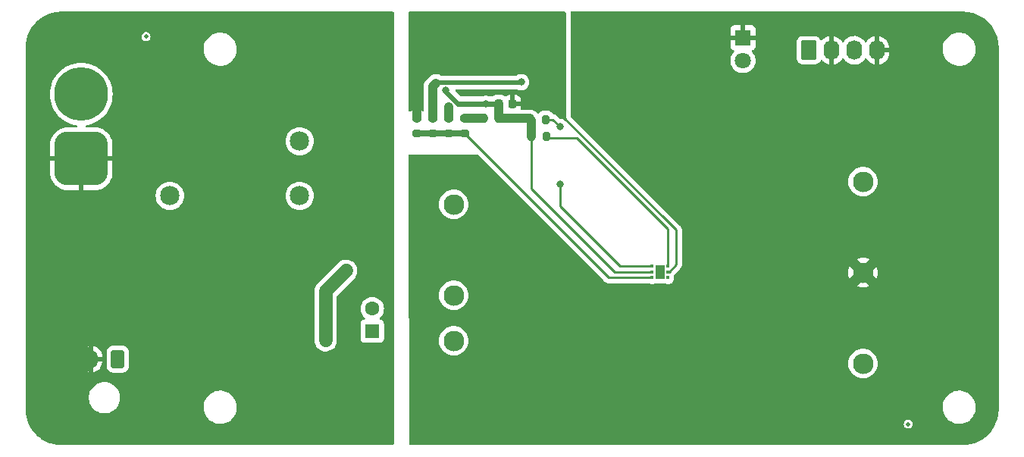
<source format=gbr>
%TF.GenerationSoftware,KiCad,Pcbnew,7.0.7*%
%TF.CreationDate,2024-04-17T16:30:55-07:00*%
%TF.ProjectId,power_board_12V,706f7765-725f-4626-9f61-72645f313256,rev?*%
%TF.SameCoordinates,Original*%
%TF.FileFunction,Copper,L2,Bot*%
%TF.FilePolarity,Positive*%
%FSLAX46Y46*%
G04 Gerber Fmt 4.6, Leading zero omitted, Abs format (unit mm)*
G04 Created by KiCad (PCBNEW 7.0.7) date 2024-04-17 16:30:55*
%MOMM*%
%LPD*%
G01*
G04 APERTURE LIST*
G04 Aperture macros list*
%AMRoundRect*
0 Rectangle with rounded corners*
0 $1 Rounding radius*
0 $2 $3 $4 $5 $6 $7 $8 $9 X,Y pos of 4 corners*
0 Add a 4 corners polygon primitive as box body*
4,1,4,$2,$3,$4,$5,$6,$7,$8,$9,$2,$3,0*
0 Add four circle primitives for the rounded corners*
1,1,$1+$1,$2,$3*
1,1,$1+$1,$4,$5*
1,1,$1+$1,$6,$7*
1,1,$1+$1,$8,$9*
0 Add four rect primitives between the rounded corners*
20,1,$1+$1,$2,$3,$4,$5,0*
20,1,$1+$1,$4,$5,$6,$7,0*
20,1,$1+$1,$6,$7,$8,$9,0*
20,1,$1+$1,$8,$9,$2,$3,0*%
G04 Aperture macros list end*
%TA.AperFunction,ComponentPad*%
%ADD10RoundRect,0.250000X-0.620000X-0.845000X0.620000X-0.845000X0.620000X0.845000X-0.620000X0.845000X0*%
%TD*%
%TA.AperFunction,ComponentPad*%
%ADD11O,1.740000X2.190000*%
%TD*%
%TA.AperFunction,ComponentPad*%
%ADD12RoundRect,0.250001X0.499999X0.759999X-0.499999X0.759999X-0.499999X-0.759999X0.499999X-0.759999X0*%
%TD*%
%TA.AperFunction,ComponentPad*%
%ADD13O,1.500000X2.020000*%
%TD*%
%TA.AperFunction,ComponentPad*%
%ADD14C,2.159000*%
%TD*%
%TA.AperFunction,ComponentPad*%
%ADD15C,2.300000*%
%TD*%
%TA.AperFunction,ComponentPad*%
%ADD16RoundRect,1.500000X1.500000X-1.500000X1.500000X1.500000X-1.500000X1.500000X-1.500000X-1.500000X0*%
%TD*%
%TA.AperFunction,ComponentPad*%
%ADD17C,6.000000*%
%TD*%
%TA.AperFunction,ComponentPad*%
%ADD18R,1.600000X1.600000*%
%TD*%
%TA.AperFunction,ComponentPad*%
%ADD19C,1.600000*%
%TD*%
%TA.AperFunction,ComponentPad*%
%ADD20R,1.800000X1.800000*%
%TD*%
%TA.AperFunction,ComponentPad*%
%ADD21C,1.800000*%
%TD*%
%TA.AperFunction,SMDPad,CuDef*%
%ADD22RoundRect,0.200000X0.275000X-0.200000X0.275000X0.200000X-0.275000X0.200000X-0.275000X-0.200000X0*%
%TD*%
%TA.AperFunction,SMDPad,CuDef*%
%ADD23RoundRect,0.200000X-0.275000X0.200000X-0.275000X-0.200000X0.275000X-0.200000X0.275000X0.200000X0*%
%TD*%
%TA.AperFunction,SMDPad,CuDef*%
%ADD24C,0.500000*%
%TD*%
%TA.AperFunction,SMDPad,CuDef*%
%ADD25RoundRect,0.225000X-0.225000X-0.250000X0.225000X-0.250000X0.225000X0.250000X-0.225000X0.250000X0*%
%TD*%
%TA.AperFunction,SMDPad,CuDef*%
%ADD26RoundRect,0.093750X0.093750X0.106250X-0.093750X0.106250X-0.093750X-0.106250X0.093750X-0.106250X0*%
%TD*%
%TA.AperFunction,SMDPad,CuDef*%
%ADD27R,1.000000X1.600000*%
%TD*%
%TA.AperFunction,SMDPad,CuDef*%
%ADD28RoundRect,0.200000X-0.200000X-0.275000X0.200000X-0.275000X0.200000X0.275000X-0.200000X0.275000X0*%
%TD*%
%TA.AperFunction,SMDPad,CuDef*%
%ADD29RoundRect,0.200000X0.200000X0.275000X-0.200000X0.275000X-0.200000X-0.275000X0.200000X-0.275000X0*%
%TD*%
%TA.AperFunction,ViaPad*%
%ADD30C,0.800000*%
%TD*%
%TA.AperFunction,Conductor*%
%ADD31C,2.500000*%
%TD*%
%TA.AperFunction,Conductor*%
%ADD32C,0.500000*%
%TD*%
%TA.AperFunction,Conductor*%
%ADD33C,1.000000*%
%TD*%
%TA.AperFunction,Conductor*%
%ADD34C,0.700000*%
%TD*%
%TA.AperFunction,Conductor*%
%ADD35C,0.250000*%
%TD*%
%TA.AperFunction,Conductor*%
%ADD36C,1.500000*%
%TD*%
%TA.AperFunction,Conductor*%
%ADD37C,0.600000*%
%TD*%
%TA.AperFunction,Conductor*%
%ADD38C,1.200000*%
%TD*%
G04 APERTURE END LIST*
D10*
%TO.P,J4,1,Pin_1*%
%TO.N,/+12V*%
X158623000Y-55118000D03*
D11*
%TO.P,J4,2,Pin_2*%
%TO.N,/GND_OUT*%
X161163000Y-55118000D03*
%TO.P,J4,3,Pin_3*%
%TO.N,/+12V*%
X163703000Y-55118000D03*
%TO.P,J4,4,Pin_4*%
%TO.N,/GND_OUT*%
X166243000Y-55118000D03*
%TD*%
D12*
%TO.P,J1,1,Pin_1*%
%TO.N,/+V_BATT*%
X81432400Y-89611200D03*
D13*
%TO.P,J1,2,Pin_2*%
%TO.N,/-V_BATT*%
X78432400Y-89611200D03*
%TD*%
D14*
%TO.P,L1,1,1*%
%TO.N,/+V_BATT*%
X87249000Y-71378003D03*
%TO.P,L1,2,2*%
%TO.N,Net-(L1-Pad2)*%
X101748997Y-71378003D03*
%TO.P,L1,3,3*%
%TO.N,Net-(PS1--VIN)*%
X101748997Y-65278000D03*
%TO.P,L1,4,4*%
%TO.N,/-V_BATT*%
X87249000Y-65278000D03*
%TD*%
D15*
%TO.P,PS1,1,+VIN*%
%TO.N,Net-(PS1-+VIN)*%
X118953000Y-87565000D03*
%TO.P,PS1,2,-VIN*%
%TO.N,Net-(PS1--VIN)*%
X118953000Y-82485000D03*
%TO.P,PS1,3,REMOTE_ON/OFF*%
%TO.N,unconnected-(PS1-REMOTE_ON{slash}OFF-Pad3)*%
X118953000Y-72325000D03*
%TO.P,PS1,4,+VOUT*%
%TO.N,/+12V*%
X164673000Y-90105000D03*
%TO.P,PS1,5,-VOUT*%
%TO.N,/GND_OUT*%
X164673000Y-79945000D03*
%TO.P,PS1,6,TRIM*%
%TO.N,unconnected-(PS1-TRIM-Pad6)*%
X164673000Y-69785000D03*
%TD*%
D16*
%TO.P,J5,1,Pin_1*%
%TO.N,/-V_BATT*%
X77343000Y-67227000D03*
D17*
%TO.P,J5,2,Pin_2*%
%TO.N,/+V_BATT*%
X77343000Y-60027000D03*
%TD*%
D18*
%TO.P,C4,1*%
%TO.N,Net-(PS1-+VIN)*%
X109855000Y-86487000D03*
D19*
%TO.P,C4,2*%
%TO.N,Net-(PS1--VIN)*%
X109855000Y-83987000D03*
%TD*%
D20*
%TO.P,D1,1,K*%
%TO.N,/GND_OUT*%
X151257000Y-53721000D03*
D21*
%TO.P,D1,2,A*%
%TO.N,Net-(D1-A)*%
X151257000Y-56261000D03*
%TD*%
D22*
%TO.P,0X49,1*%
%TO.N,Net-(U1-ADD0)*%
X120142000Y-64389000D03*
%TO.P,0X49,2*%
%TO.N,Net-(0X49-Pad2)*%
X120142000Y-62739000D03*
%TD*%
D23*
%TO.P,0X4A,1*%
%TO.N,/SDA*%
X116586000Y-62725800D03*
%TO.P,0X4A,2*%
%TO.N,Net-(U1-ADD0)*%
X116586000Y-64375800D03*
%TD*%
%TO.P,0X48,1*%
%TO.N,/Q_GND*%
X114808000Y-62725800D03*
%TO.P,0X48,2*%
%TO.N,Net-(U1-ADD0)*%
X114808000Y-64375800D03*
%TD*%
D24*
%TO.P,FID3,*%
%TO.N,*%
X169722800Y-96875600D03*
%TD*%
D25*
%TO.P,C2,1*%
%TO.N,/3V3*%
X123976800Y-61061600D03*
%TO.P,C2,2*%
%TO.N,/Q_GND*%
X125526800Y-61061600D03*
%TD*%
D26*
%TO.P,U1,1,SCL*%
%TO.N,Net-(U1-SCL)*%
X142873500Y-79214000D03*
%TO.P,U1,2,GND*%
%TO.N,/Q_GND*%
X142873500Y-79864000D03*
%TO.P,U1,3,ALERT*%
%TO.N,unconnected-(U1-ALERT-Pad3)*%
X142873500Y-80514000D03*
%TO.P,U1,4,ADD0*%
%TO.N,Net-(U1-ADD0)*%
X141098500Y-80514000D03*
%TO.P,U1,5,V+*%
%TO.N,/3V3*%
X141098500Y-79864000D03*
%TO.P,U1,6,SDA*%
%TO.N,Net-(U1-SDA)*%
X141098500Y-79214000D03*
D27*
%TO.P,U1,7*%
%TO.N,N/C*%
X141986000Y-79864000D03*
%TD*%
D28*
%TO.P,R2,1*%
%TO.N,/3V3*%
X127635000Y-64770000D03*
%TO.P,R2,2*%
%TO.N,Net-(U1-SCL)*%
X129285000Y-64770000D03*
%TD*%
D23*
%TO.P,0X4B,1*%
%TO.N,/SCL*%
X118364000Y-62739000D03*
%TO.P,0X4B,2*%
%TO.N,Net-(U1-ADD0)*%
X118364000Y-64389000D03*
%TD*%
D29*
%TO.P,R1,1*%
%TO.N,/3V3*%
X123952000Y-62738000D03*
%TO.P,R1,2*%
%TO.N,Net-(0X49-Pad2)*%
X122302000Y-62738000D03*
%TD*%
D24*
%TO.P,FID4,*%
%TO.N,*%
X84582000Y-53594000D03*
%TD*%
D28*
%TO.P,R3,1*%
%TO.N,/3V3*%
X127572000Y-62865000D03*
%TO.P,R3,2*%
%TO.N,Net-(U1-SDA)*%
X129222000Y-62865000D03*
%TD*%
D30*
%TO.N,/-V_BATT*%
X95828400Y-74441600D03*
X92828400Y-74441600D03*
X95828400Y-71441600D03*
X104902000Y-59436000D03*
X107828400Y-65441600D03*
X107828400Y-62441600D03*
X95828400Y-62441600D03*
X92828400Y-62441600D03*
X89828400Y-62441600D03*
X95828400Y-65441600D03*
X92828400Y-65441600D03*
%TO.N,/SDA*%
X126492000Y-58674000D03*
X116992400Y-58775600D03*
%TO.N,/SCL*%
X118364000Y-61468000D03*
%TO.N,/Q_GND*%
X130403600Y-60096400D03*
X114808000Y-60807600D03*
X122200800Y-52222400D03*
X122174000Y-54610000D03*
X122174000Y-56769000D03*
X128524000Y-60071000D03*
X130403600Y-58775600D03*
X114909600Y-58877200D03*
X128905000Y-58801000D03*
%TO.N,/-V_BATT*%
X95828400Y-86441600D03*
X89828400Y-65441600D03*
X89828400Y-89441600D03*
X86828400Y-86441600D03*
X89828400Y-86441600D03*
X86828400Y-56441600D03*
X89828400Y-83441600D03*
X110828400Y-65441600D03*
X101828400Y-53441600D03*
X74828400Y-83441600D03*
X77828400Y-74441600D03*
X74828400Y-77441600D03*
X98348800Y-91490800D03*
X92828400Y-68441600D03*
X101828400Y-56441600D03*
X92828400Y-86441600D03*
X86828400Y-83441600D03*
X107828400Y-53441600D03*
X86828400Y-80441600D03*
X92828400Y-80441600D03*
X104828400Y-53441600D03*
X92828400Y-89441600D03*
X74828400Y-80441600D03*
X86828400Y-95441600D03*
X77828400Y-80441600D03*
X95828400Y-68441600D03*
X74828400Y-74441600D03*
X107828400Y-56441600D03*
X92828400Y-83441600D03*
X110348800Y-91490800D03*
X110828400Y-53441600D03*
X107828400Y-59441600D03*
X89828400Y-80441600D03*
X107348800Y-91490800D03*
X86828400Y-92441600D03*
X110828400Y-56441600D03*
X92828400Y-71441600D03*
X83828400Y-56441600D03*
X95828400Y-89441600D03*
X95828400Y-83441600D03*
X101348800Y-91490800D03*
X101828400Y-80441600D03*
X104348800Y-91490800D03*
X77828400Y-83441600D03*
X86828400Y-89441600D03*
X98828400Y-56441600D03*
X110828400Y-62441600D03*
X86828400Y-53441600D03*
X98828400Y-53441600D03*
X104828400Y-56441600D03*
X77828400Y-77441600D03*
X110828400Y-59441600D03*
%TO.N,/3V3*%
X118096000Y-59551600D03*
X122555000Y-61087000D03*
%TO.N,Net-(PS1-+VIN)*%
X106934000Y-79756000D03*
X104648000Y-87503000D03*
%TO.N,/GND_OUT*%
X146608800Y-89478400D03*
X129037600Y-94442800D03*
X152608800Y-83478400D03*
X142922800Y-86114400D03*
X146608800Y-86478400D03*
X152608800Y-74478400D03*
X177904400Y-79214000D03*
X145807200Y-52273200D03*
X145807200Y-55273200D03*
X139922800Y-86114400D03*
X155608800Y-89478400D03*
X155608800Y-86478400D03*
X161812000Y-96774000D03*
X144526000Y-96774000D03*
X139807200Y-55273200D03*
X136807200Y-52273200D03*
X149608800Y-68478400D03*
X174904400Y-61214000D03*
X152608800Y-68478400D03*
X158608800Y-74478400D03*
X174904400Y-85214000D03*
X149812000Y-96774000D03*
X145807200Y-58273200D03*
X174904400Y-76214000D03*
X161608800Y-83478400D03*
X177904400Y-73214000D03*
X152501600Y-64770000D03*
X142807200Y-52273200D03*
X177904400Y-67214000D03*
X146608800Y-68478400D03*
X136922800Y-83114400D03*
X158812000Y-96774000D03*
X174904400Y-70214000D03*
X118922800Y-77114400D03*
X177904400Y-70214000D03*
X133922800Y-86114400D03*
X161608800Y-80478400D03*
X124922800Y-77114400D03*
X139922800Y-83114400D03*
X130922800Y-83114400D03*
X152608800Y-80478400D03*
X161137600Y-57404000D03*
X129037600Y-97442800D03*
X174904400Y-64214000D03*
X149608800Y-83478400D03*
X121922800Y-77114400D03*
X155812000Y-96774000D03*
X146608800Y-83478400D03*
X177904400Y-64214000D03*
X174904400Y-82214000D03*
X174904400Y-73214000D03*
X158608800Y-83478400D03*
X174904400Y-88214000D03*
X146608800Y-74478400D03*
X126037600Y-88442800D03*
X152608800Y-86478400D03*
X174904400Y-79214000D03*
X136807200Y-58273200D03*
X149608800Y-80478400D03*
X142922800Y-83114400D03*
X155608800Y-74478400D03*
X158608800Y-77478400D03*
X133922800Y-83114400D03*
X127922800Y-77114400D03*
X130922800Y-80114400D03*
X177904400Y-88214000D03*
X161608800Y-89478400D03*
X149608800Y-86478400D03*
X136922800Y-89114400D03*
X127922800Y-80114400D03*
X149608800Y-77478400D03*
X177904400Y-76214000D03*
X161608800Y-77478400D03*
X161608800Y-68478400D03*
X146608800Y-71478400D03*
X126037600Y-94442800D03*
X158608800Y-68478400D03*
X152812000Y-96774000D03*
X142807200Y-58273200D03*
X158501600Y-64770000D03*
X146608800Y-80478400D03*
X123037600Y-94442800D03*
X136922800Y-86114400D03*
X155608800Y-68478400D03*
X155501600Y-64770000D03*
X149608800Y-89478400D03*
X149608800Y-71478400D03*
X121922800Y-80114400D03*
X152608800Y-71478400D03*
X158608800Y-80478400D03*
X139807200Y-52273200D03*
X149608800Y-74478400D03*
X155608800Y-80478400D03*
X161608800Y-74478400D03*
X146812000Y-96774000D03*
X174904400Y-67214000D03*
X161501600Y-64770000D03*
X158608800Y-89478400D03*
X123037600Y-91442800D03*
X118922800Y-80114400D03*
X152608800Y-77478400D03*
X155608800Y-71478400D03*
X123037600Y-88442800D03*
X158608800Y-86478400D03*
X161608800Y-86478400D03*
X152608800Y-89478400D03*
X155608800Y-83478400D03*
X139922800Y-89114400D03*
X136807200Y-55273200D03*
X177904400Y-85214000D03*
X161608800Y-71478400D03*
X123037600Y-97442800D03*
X142922800Y-89114400D03*
X126037600Y-91442800D03*
X158608800Y-71478400D03*
X177904400Y-61214000D03*
X126037600Y-97442800D03*
X139807200Y-58273200D03*
X129037600Y-91442800D03*
X146608800Y-77478400D03*
X155608800Y-77478400D03*
X142807200Y-55273200D03*
X177904400Y-82214000D03*
X124922800Y-80114400D03*
X136807200Y-61273200D03*
%TO.N,Net-(U1-SDA)*%
X130860800Y-63652400D03*
X130860800Y-70053200D03*
%TD*%
D31*
%TO.N,/-V_BATT*%
X88519000Y-66548000D02*
X88519000Y-67945000D01*
X87249000Y-65278000D02*
X88519000Y-66548000D01*
X85725000Y-66802000D02*
X85725000Y-67183000D01*
X87249000Y-65278000D02*
X85725000Y-66802000D01*
X87249000Y-65278000D02*
X85090000Y-63119000D01*
X87249000Y-65278000D02*
X87249000Y-65021000D01*
X87249000Y-65021000D02*
X89828400Y-62441600D01*
X87249000Y-65278000D02*
X89664800Y-65278000D01*
X89664800Y-65278000D02*
X89828400Y-65441600D01*
D32*
%TO.N,/SDA*%
X116992400Y-58775600D02*
X117066400Y-58701600D01*
X126464400Y-58701600D02*
X126492000Y-58674000D01*
X117066400Y-58701600D02*
X126464400Y-58701600D01*
D33*
X116992400Y-58775600D02*
X116586000Y-59182000D01*
X116586000Y-59182000D02*
X116586000Y-62725800D01*
D34*
%TO.N,Net-(U1-ADD0)*%
X118364000Y-64389000D02*
X120142000Y-64389000D01*
D35*
X141098500Y-80514000D02*
X136267000Y-80514000D01*
D34*
X116586000Y-64375800D02*
X114808000Y-64375800D01*
X118364000Y-64389000D02*
X116599200Y-64389000D01*
D35*
X136267000Y-80514000D02*
X120142000Y-64389000D01*
D34*
X116599200Y-64389000D02*
X116586000Y-64375800D01*
D33*
%TO.N,/SCL*%
X118364000Y-62739000D02*
X118364000Y-61468000D01*
D35*
%TO.N,/Q_GND*%
X142873500Y-79864000D02*
X143015702Y-79864000D01*
X143814800Y-75184000D02*
X129692400Y-61061600D01*
D33*
X114808000Y-62725800D02*
X114808000Y-60807600D01*
D35*
X129692400Y-61061600D02*
X125526800Y-61061600D01*
X143814800Y-79064902D02*
X143814800Y-75184000D01*
X143015702Y-79864000D02*
X143814800Y-79064902D01*
D33*
%TO.N,Net-(0X49-Pad2)*%
X120142000Y-62739000D02*
X122301000Y-62739000D01*
X122301000Y-62739000D02*
X122302000Y-62738000D01*
D36*
%TO.N,/-V_BATT*%
X78432400Y-89614000D02*
X77571600Y-90474800D01*
X78384400Y-89611200D02*
X76403200Y-87630000D01*
X78432400Y-89611200D02*
X78432400Y-89614000D01*
D35*
%TO.N,/3V3*%
X127635000Y-70586600D02*
X127635000Y-64770000D01*
D33*
X123976800Y-62713200D02*
X123952000Y-62738000D01*
D37*
X119430800Y-61061600D02*
X122529600Y-61061600D01*
X119430800Y-61061600D02*
X118096000Y-59726800D01*
D35*
X140956298Y-79864000D02*
X140949898Y-79857600D01*
D33*
X125679200Y-62738000D02*
X127445000Y-62738000D01*
D37*
X122555000Y-61087000D02*
X122580400Y-61061600D01*
D33*
X127635000Y-62928000D02*
X127572000Y-62865000D01*
X123952000Y-62738000D02*
X125679200Y-62738000D01*
D37*
X118096000Y-59726800D02*
X118096000Y-59551600D01*
D35*
X141098500Y-79864000D02*
X140956298Y-79864000D01*
D37*
X122529600Y-61061600D02*
X122555000Y-61087000D01*
D33*
X127445000Y-62738000D02*
X127572000Y-62865000D01*
D37*
X122580400Y-61061600D02*
X123976800Y-61061600D01*
D35*
X140949898Y-79857600D02*
X136906000Y-79857600D01*
D33*
X123976800Y-61061600D02*
X123976800Y-62713200D01*
D35*
X136906000Y-79857600D02*
X127635000Y-70586600D01*
D33*
X127635000Y-64770000D02*
X127635000Y-62928000D01*
D36*
%TO.N,Net-(PS1-+VIN)*%
X104648000Y-82042000D02*
X106934000Y-79756000D01*
X104648000Y-87503000D02*
X104648000Y-82042000D01*
D38*
%TO.N,/GND_OUT*%
X164673000Y-79945000D02*
X166497000Y-81769000D01*
X166370000Y-78248000D02*
X166370000Y-78105000D01*
X163084000Y-81534000D02*
X162179000Y-81534000D01*
X164673000Y-79945000D02*
X166370000Y-78248000D01*
X166497000Y-81769000D02*
X166497000Y-82042000D01*
X164673000Y-79945000D02*
X163084000Y-81534000D01*
X162941000Y-78213000D02*
X162941000Y-77978000D01*
X164673000Y-79945000D02*
X162941000Y-78213000D01*
D35*
%TO.N,Net-(U1-SCL)*%
X142873500Y-79214000D02*
X142873500Y-75079504D01*
X129386600Y-64871600D02*
X129285000Y-64770000D01*
X142873500Y-75079504D02*
X132665596Y-64871600D01*
X132665596Y-64871600D02*
X129386600Y-64871600D01*
%TO.N,Net-(U1-SDA)*%
X130860800Y-70053200D02*
X130860800Y-70205600D01*
X137532400Y-79214000D02*
X130860800Y-72542400D01*
X130022600Y-62865000D02*
X129222000Y-62865000D01*
X130860800Y-63703200D02*
X130860800Y-63703200D01*
X141098500Y-79214000D02*
X137532400Y-79214000D01*
X130860800Y-63703200D02*
X130860800Y-63652400D01*
X130810000Y-63652400D02*
X130022600Y-62865000D01*
X130860800Y-63652400D02*
X130810000Y-63652400D01*
X130860800Y-72542400D02*
X130860800Y-70053200D01*
%TD*%
%TA.AperFunction,Conductor*%
%TO.N,/Q_GND*%
G36*
X131426155Y-50820185D02*
G01*
X131471910Y-50872989D01*
X131483116Y-50924182D01*
X131487994Y-52826500D01*
X131496800Y-56261001D01*
X131496803Y-56262302D01*
X131512711Y-62466438D01*
X131514196Y-62493149D01*
X131514196Y-62493155D01*
X131518477Y-62532483D01*
X131527060Y-62585231D01*
X131577342Y-62720040D01*
X131598458Y-62758711D01*
X131613625Y-62817748D01*
X131613703Y-62842585D01*
X131594229Y-62909686D01*
X131541569Y-62955606D01*
X131472443Y-62965767D01*
X131416819Y-62943292D01*
X131313534Y-62868251D01*
X131313529Y-62868248D01*
X131140607Y-62791257D01*
X131140602Y-62791255D01*
X130987485Y-62758710D01*
X130955446Y-62751900D01*
X130955445Y-62751900D01*
X130845453Y-62751900D01*
X130778414Y-62732215D01*
X130757772Y-62715581D01*
X130523403Y-62481212D01*
X130513580Y-62468950D01*
X130513359Y-62469134D01*
X130508386Y-62463123D01*
X130508385Y-62463122D01*
X130457964Y-62415773D01*
X130447519Y-62405328D01*
X130437075Y-62394883D01*
X130431586Y-62390625D01*
X130427161Y-62386847D01*
X130393182Y-62354938D01*
X130393180Y-62354936D01*
X130393177Y-62354935D01*
X130375629Y-62345288D01*
X130359363Y-62334604D01*
X130343533Y-62322325D01*
X130300768Y-62303818D01*
X130295522Y-62301248D01*
X130254693Y-62278803D01*
X130254692Y-62278802D01*
X130235293Y-62273822D01*
X130216881Y-62267518D01*
X130198498Y-62259562D01*
X130198492Y-62259560D01*
X130152474Y-62252272D01*
X130146752Y-62251087D01*
X130101621Y-62239500D01*
X130101619Y-62239500D01*
X130098602Y-62239500D01*
X130096325Y-62238831D01*
X130093882Y-62238523D01*
X130093931Y-62238128D01*
X130031563Y-62219815D01*
X129992485Y-62179650D01*
X129983727Y-62165162D01*
X129977472Y-62154815D01*
X129857185Y-62034528D01*
X129711606Y-61946522D01*
X129549196Y-61895914D01*
X129549194Y-61895913D01*
X129549192Y-61895913D01*
X129499778Y-61891423D01*
X129478616Y-61889500D01*
X128965384Y-61889500D01*
X128946145Y-61891248D01*
X128894807Y-61895913D01*
X128732393Y-61946522D01*
X128586811Y-62034530D01*
X128586810Y-62034531D01*
X128484681Y-62136661D01*
X128423358Y-62170146D01*
X128353666Y-62165162D01*
X128309319Y-62136661D01*
X128207188Y-62034530D01*
X128207185Y-62034528D01*
X128061606Y-61946522D01*
X128061603Y-61946521D01*
X128055190Y-61942644D01*
X128055655Y-61941873D01*
X128039924Y-61932155D01*
X128006060Y-61904542D01*
X127998404Y-61898299D01*
X127967959Y-61882397D01*
X127961251Y-61878334D01*
X127933049Y-61858705D01*
X127933046Y-61858703D01*
X127933045Y-61858703D01*
X127933041Y-61858701D01*
X127876680Y-61834514D01*
X127872424Y-61832493D01*
X127818057Y-61804094D01*
X127818050Y-61804091D01*
X127818049Y-61804091D01*
X127812008Y-61802362D01*
X127785030Y-61794642D01*
X127777630Y-61792008D01*
X127746057Y-61778459D01*
X127746058Y-61778459D01*
X127685966Y-61766109D01*
X127681391Y-61764986D01*
X127622420Y-61748113D01*
X127622425Y-61748113D01*
X127588158Y-61745503D01*
X127580380Y-61744412D01*
X127546742Y-61737500D01*
X127546741Y-61737500D01*
X127485402Y-61737500D01*
X127480695Y-61737321D01*
X127475121Y-61736896D01*
X127419524Y-61732662D01*
X127399589Y-61735201D01*
X127385440Y-61737003D01*
X127377611Y-61737500D01*
X126546159Y-61737500D01*
X126479120Y-61717815D01*
X126433365Y-61665011D01*
X126423421Y-61595853D01*
X126428453Y-61574496D01*
X126466655Y-61459206D01*
X126476799Y-61359922D01*
X126476800Y-61359909D01*
X126476800Y-61311600D01*
X125400800Y-61311600D01*
X125333761Y-61291915D01*
X125288006Y-61239111D01*
X125276800Y-61187600D01*
X125276800Y-60086600D01*
X125776800Y-60086600D01*
X125776800Y-60811600D01*
X126476799Y-60811600D01*
X126476799Y-60763292D01*
X126476798Y-60763277D01*
X126466655Y-60663992D01*
X126413347Y-60503118D01*
X126413342Y-60503107D01*
X126324375Y-60358871D01*
X126324372Y-60358867D01*
X126204532Y-60239027D01*
X126204528Y-60239024D01*
X126060292Y-60150057D01*
X126060281Y-60150052D01*
X125899406Y-60096744D01*
X125800122Y-60086600D01*
X125776800Y-60086600D01*
X125276800Y-60086600D01*
X125276800Y-60086599D01*
X125253493Y-60086600D01*
X125253474Y-60086601D01*
X125154192Y-60096744D01*
X124993318Y-60150052D01*
X124993307Y-60150057D01*
X124849071Y-60239024D01*
X124849065Y-60239028D01*
X124839831Y-60248263D01*
X124778507Y-60281746D01*
X124708815Y-60276759D01*
X124664472Y-60248260D01*
X124654844Y-60238632D01*
X124654840Y-60238629D01*
X124510505Y-60149601D01*
X124510499Y-60149598D01*
X124510497Y-60149597D01*
X124510494Y-60149596D01*
X124349509Y-60096251D01*
X124250152Y-60086100D01*
X124250145Y-60086100D01*
X124216574Y-60086100D01*
X124185494Y-60082142D01*
X124129087Y-60067537D01*
X123993604Y-60060666D01*
X123925864Y-60057231D01*
X123925863Y-60057231D01*
X123925859Y-60057231D01*
X123746744Y-60084670D01*
X123727972Y-60086100D01*
X123703464Y-60086100D01*
X123703443Y-60086101D01*
X123604092Y-60096250D01*
X123604089Y-60096251D01*
X123443105Y-60149596D01*
X123443094Y-60149601D01*
X123292609Y-60242423D01*
X123290931Y-60239703D01*
X123239334Y-60260509D01*
X123227240Y-60261100D01*
X122940318Y-60261100D01*
X122889882Y-60250379D01*
X122869749Y-60241415D01*
X122834802Y-60225855D01*
X122689001Y-60194865D01*
X122649646Y-60186500D01*
X122460354Y-60186500D01*
X122427897Y-60193398D01*
X122275197Y-60225855D01*
X122275196Y-60225855D01*
X122229205Y-60246333D01*
X122220117Y-60250379D01*
X122169682Y-60261100D01*
X119813740Y-60261100D01*
X119746701Y-60241415D01*
X119726059Y-60224781D01*
X119165059Y-59663781D01*
X119131574Y-59602458D01*
X119136558Y-59532766D01*
X119178430Y-59476833D01*
X119243894Y-59452416D01*
X119252740Y-59452100D01*
X125999321Y-59452100D01*
X126049757Y-59462821D01*
X126212192Y-59535142D01*
X126212197Y-59535144D01*
X126397354Y-59574500D01*
X126397355Y-59574500D01*
X126586644Y-59574500D01*
X126586646Y-59574500D01*
X126771803Y-59535144D01*
X126944730Y-59458151D01*
X127097871Y-59346888D01*
X127224533Y-59206216D01*
X127319179Y-59042284D01*
X127377674Y-58862256D01*
X127397460Y-58674000D01*
X127377674Y-58485744D01*
X127319179Y-58305716D01*
X127224533Y-58141784D01*
X127097871Y-58001112D01*
X127097870Y-58001111D01*
X126944734Y-57889851D01*
X126944729Y-57889848D01*
X126771807Y-57812857D01*
X126771802Y-57812855D01*
X126626001Y-57781865D01*
X126586646Y-57773500D01*
X126397354Y-57773500D01*
X126364897Y-57780398D01*
X126212197Y-57812855D01*
X126212192Y-57812857D01*
X126039270Y-57889848D01*
X126039265Y-57889851D01*
X125987560Y-57927418D01*
X125921754Y-57950898D01*
X125914675Y-57951100D01*
X117600603Y-57951100D01*
X117533564Y-57931415D01*
X117527210Y-57927047D01*
X117502567Y-57908951D01*
X117502564Y-57908949D01*
X117502562Y-57908948D01*
X117502563Y-57908948D01*
X117317674Y-57823997D01*
X117317661Y-57823992D01*
X117119453Y-57777997D01*
X116916038Y-57772844D01*
X116916035Y-57772844D01*
X116715750Y-57808740D01*
X116715745Y-57808742D01*
X116526783Y-57884223D01*
X116526771Y-57884229D01*
X116356882Y-57996196D01*
X116356877Y-57996200D01*
X115887530Y-58465548D01*
X115822949Y-58526938D01*
X115822946Y-58526942D01*
X115787899Y-58577294D01*
X115785062Y-58581056D01*
X115746302Y-58628592D01*
X115746299Y-58628597D01*
X115730392Y-58659047D01*
X115726324Y-58665761D01*
X115706702Y-58693954D01*
X115682509Y-58750330D01*
X115680488Y-58754584D01*
X115652091Y-58808951D01*
X115652090Y-58808952D01*
X115642640Y-58841975D01*
X115640007Y-58849371D01*
X115626459Y-58880943D01*
X115614113Y-58941019D01*
X115612990Y-58945595D01*
X115596113Y-59004577D01*
X115596113Y-59004579D01*
X115593503Y-59038841D01*
X115592414Y-59046608D01*
X115586980Y-59073052D01*
X115585500Y-59080258D01*
X115585500Y-59141597D01*
X115585321Y-59146306D01*
X115580662Y-59207474D01*
X115582707Y-59223527D01*
X115585003Y-59241560D01*
X115585500Y-59249388D01*
X115585500Y-61791748D01*
X115565815Y-61858787D01*
X115513011Y-61904542D01*
X115443853Y-61914486D01*
X115397352Y-61897866D01*
X115372398Y-61882781D01*
X115372396Y-61882780D01*
X115210105Y-61832209D01*
X115210106Y-61832209D01*
X115139572Y-61825800D01*
X115057999Y-61825800D01*
X115058000Y-62851800D01*
X115038316Y-62918839D01*
X114985512Y-62964594D01*
X114934000Y-62975800D01*
X114682000Y-62975800D01*
X114614961Y-62956115D01*
X114569206Y-62903311D01*
X114558000Y-62851800D01*
X114558000Y-61825800D01*
X114557999Y-61825799D01*
X114476417Y-61825800D01*
X114405897Y-61832208D01*
X114405892Y-61832209D01*
X114243601Y-61882781D01*
X114243599Y-61882782D01*
X114121008Y-61956891D01*
X114053454Y-61974727D01*
X113986980Y-61953209D01*
X113942693Y-61899168D01*
X113932861Y-61851169D01*
X113898610Y-50924889D01*
X113918084Y-50857788D01*
X113970744Y-50811868D01*
X114022609Y-50800500D01*
X131359116Y-50800500D01*
X131426155Y-50820185D01*
G37*
%TD.AperFunction*%
%TD*%
%TA.AperFunction,Conductor*%
%TO.N,/-V_BATT*%
G36*
X112211039Y-50820185D02*
G01*
X112256794Y-50872989D01*
X112268000Y-50924500D01*
X112268000Y-99087900D01*
X112248315Y-99154939D01*
X112195511Y-99200694D01*
X112144000Y-99211900D01*
X75121440Y-99211900D01*
X75118576Y-99211834D01*
X74947238Y-99203912D01*
X74747459Y-99194097D01*
X74741933Y-99193577D01*
X74556689Y-99167737D01*
X74370189Y-99140072D01*
X74365090Y-99139096D01*
X74180654Y-99095717D01*
X73999812Y-99050418D01*
X73995173Y-99049062D01*
X73814459Y-98988493D01*
X73639685Y-98925958D01*
X73635527Y-98924299D01*
X73460547Y-98847038D01*
X73293034Y-98767810D01*
X73289371Y-98765927D01*
X73121857Y-98672621D01*
X72963044Y-98577432D01*
X72959879Y-98575402D01*
X72850371Y-98500389D01*
X72801392Y-98466837D01*
X72652632Y-98356509D01*
X72649989Y-98354434D01*
X72501980Y-98231529D01*
X72364688Y-98107095D01*
X72362484Y-98104996D01*
X72227402Y-97969914D01*
X72225314Y-97967721D01*
X72100876Y-97830427D01*
X71977957Y-97682401D01*
X71975897Y-97679777D01*
X71865559Y-97531003D01*
X71756996Y-97372519D01*
X71754966Y-97369354D01*
X71659778Y-97210542D01*
X71632261Y-97161140D01*
X71566457Y-97043001D01*
X71564588Y-97039364D01*
X71485361Y-96871852D01*
X71408100Y-96696871D01*
X71406450Y-96692739D01*
X71343916Y-96517968D01*
X71283327Y-96337197D01*
X71281989Y-96332621D01*
X71236675Y-96151715D01*
X71231402Y-96129295D01*
X71193294Y-95967271D01*
X71192329Y-95962228D01*
X71164668Y-95775757D01*
X71138819Y-95590448D01*
X71138302Y-95584949D01*
X71128495Y-95385350D01*
X71120566Y-95213823D01*
X71120500Y-95210960D01*
X71120500Y-94062387D01*
X78181900Y-94062387D01*
X78194746Y-94147610D01*
X78221004Y-94321815D01*
X78221005Y-94321817D01*
X78221006Y-94321823D01*
X78298338Y-94572526D01*
X78412167Y-94808896D01*
X78412168Y-94808897D01*
X78412170Y-94808900D01*
X78412172Y-94808904D01*
X78493531Y-94928235D01*
X78559967Y-95025679D01*
X78738414Y-95218001D01*
X78738418Y-95218004D01*
X78738419Y-95218005D01*
X78943543Y-95381586D01*
X79170757Y-95512768D01*
X79414984Y-95608620D01*
X79670770Y-95667002D01*
X79670776Y-95667002D01*
X79670779Y-95667003D01*
X79866900Y-95681700D01*
X79866906Y-95681700D01*
X79997900Y-95681700D01*
X80194020Y-95667003D01*
X80194022Y-95667002D01*
X80194030Y-95667002D01*
X80449816Y-95608620D01*
X80694043Y-95512768D01*
X80921257Y-95381586D01*
X81126381Y-95218005D01*
X81130262Y-95213823D01*
X81269496Y-95063763D01*
X91008187Y-95063763D01*
X91037813Y-95333013D01*
X91037815Y-95333024D01*
X91103677Y-95584949D01*
X91106328Y-95595088D01*
X91212270Y-95844390D01*
X91275079Y-95947306D01*
X91353379Y-96075605D01*
X91353386Y-96075615D01*
X91526653Y-96283819D01*
X91526659Y-96283824D01*
X91581120Y-96332621D01*
X91728398Y-96464582D01*
X91954310Y-96614044D01*
X92199576Y-96729020D01*
X92199583Y-96729022D01*
X92199585Y-96729023D01*
X92458957Y-96807057D01*
X92458964Y-96807058D01*
X92458969Y-96807060D01*
X92726961Y-96846500D01*
X92726966Y-96846500D01*
X92930036Y-96846500D01*
X92981533Y-96842730D01*
X93132556Y-96831677D01*
X93245158Y-96806593D01*
X93396946Y-96772782D01*
X93396948Y-96772781D01*
X93396953Y-96772780D01*
X93649958Y-96676014D01*
X93886177Y-96543441D01*
X94100577Y-96377888D01*
X94288586Y-96182881D01*
X94446199Y-95962579D01*
X94520187Y-95818669D01*
X94570049Y-95721690D01*
X94570051Y-95721684D01*
X94570056Y-95721675D01*
X94657518Y-95465305D01*
X94706719Y-95198933D01*
X94716612Y-94928235D01*
X94686986Y-94658982D01*
X94618472Y-94396912D01*
X94512530Y-94147610D01*
X94371418Y-93916390D01*
X94282147Y-93809119D01*
X94198146Y-93708180D01*
X94198140Y-93708175D01*
X93996402Y-93527418D01*
X93770492Y-93377957D01*
X93770490Y-93377956D01*
X93525224Y-93262980D01*
X93525219Y-93262978D01*
X93525214Y-93262976D01*
X93265842Y-93184942D01*
X93265828Y-93184939D01*
X93150191Y-93167921D01*
X92997839Y-93145500D01*
X92794769Y-93145500D01*
X92794764Y-93145500D01*
X92592244Y-93160323D01*
X92592231Y-93160325D01*
X92327853Y-93219217D01*
X92327846Y-93219220D01*
X92074839Y-93315987D01*
X91838626Y-93448557D01*
X91624222Y-93614112D01*
X91436222Y-93809109D01*
X91436216Y-93809116D01*
X91278602Y-94029419D01*
X91278599Y-94029424D01*
X91154750Y-94270309D01*
X91154743Y-94270327D01*
X91067284Y-94526685D01*
X91067281Y-94526699D01*
X91018081Y-94793068D01*
X91018080Y-94793075D01*
X91008187Y-95063763D01*
X81269496Y-95063763D01*
X81304833Y-95025679D01*
X81452628Y-94808904D01*
X81566463Y-94572523D01*
X81643796Y-94321815D01*
X81682900Y-94062382D01*
X81682900Y-93800018D01*
X81643796Y-93540585D01*
X81566463Y-93289877D01*
X81553508Y-93262976D01*
X81452632Y-93053503D01*
X81452631Y-93053502D01*
X81452630Y-93053501D01*
X81452628Y-93053496D01*
X81304833Y-92836721D01*
X81294841Y-92825953D01*
X81126385Y-92644398D01*
X81086933Y-92612936D01*
X80921257Y-92480814D01*
X80694043Y-92349632D01*
X80449816Y-92253780D01*
X80449811Y-92253778D01*
X80449802Y-92253776D01*
X80232218Y-92204114D01*
X80194030Y-92195398D01*
X80194029Y-92195397D01*
X80194025Y-92195397D01*
X80194020Y-92195396D01*
X79997900Y-92180700D01*
X79997894Y-92180700D01*
X79866906Y-92180700D01*
X79866900Y-92180700D01*
X79670779Y-92195396D01*
X79670774Y-92195397D01*
X79414997Y-92253776D01*
X79414978Y-92253782D01*
X79170756Y-92349632D01*
X78943543Y-92480814D01*
X78738414Y-92644398D01*
X78559967Y-92836720D01*
X78412168Y-93053502D01*
X78412167Y-93053503D01*
X78298338Y-93289873D01*
X78221006Y-93540576D01*
X78221005Y-93540581D01*
X78221004Y-93540585D01*
X78206253Y-93638447D01*
X78181900Y-93800012D01*
X78181900Y-94062387D01*
X71120500Y-94062387D01*
X71120500Y-89927329D01*
X77182400Y-89927329D01*
X77197516Y-90095296D01*
X77197517Y-90095302D01*
X77257373Y-90312184D01*
X77257378Y-90312197D01*
X77354998Y-90514908D01*
X77355002Y-90514916D01*
X77487251Y-90696941D01*
X77487257Y-90696949D01*
X77649886Y-90852437D01*
X77837666Y-90976391D01*
X78044569Y-91064824D01*
X78044578Y-91064827D01*
X78182399Y-91096284D01*
X78182400Y-91096283D01*
X78182400Y-90233603D01*
X78202085Y-90166564D01*
X78254889Y-90120809D01*
X78324046Y-90110865D01*
X78395927Y-90121200D01*
X78395930Y-90121200D01*
X78468870Y-90121200D01*
X78468873Y-90121200D01*
X78540753Y-90110865D01*
X78609910Y-90120809D01*
X78662714Y-90166563D01*
X78682399Y-90233603D01*
X78682399Y-91098750D01*
X78711667Y-91094786D01*
X78711673Y-91094785D01*
X78925668Y-91025254D01*
X79123801Y-90918634D01*
X79123804Y-90918632D01*
X79299720Y-90778345D01*
X79447752Y-90608907D01*
X79447759Y-90608899D01*
X79559896Y-90421215D01*
X80181900Y-90421215D01*
X80192400Y-90523995D01*
X80192401Y-90523996D01*
X80247586Y-90690535D01*
X80247587Y-90690537D01*
X80339686Y-90839851D01*
X80339689Y-90839855D01*
X80463744Y-90963910D01*
X80463748Y-90963913D01*
X80613062Y-91056012D01*
X80613064Y-91056013D01*
X80613066Y-91056014D01*
X80779603Y-91111199D01*
X80882392Y-91121700D01*
X80882397Y-91121700D01*
X81982403Y-91121700D01*
X81982408Y-91121700D01*
X82085197Y-91111199D01*
X82251734Y-91056014D01*
X82401055Y-90963911D01*
X82525111Y-90839855D01*
X82617214Y-90690534D01*
X82672399Y-90523997D01*
X82682900Y-90421208D01*
X82682900Y-88801192D01*
X82672399Y-88698403D01*
X82617214Y-88531866D01*
X82613261Y-88525458D01*
X82525113Y-88382548D01*
X82525110Y-88382544D01*
X82401055Y-88258489D01*
X82401051Y-88258486D01*
X82251737Y-88166387D01*
X82251735Y-88166386D01*
X82130204Y-88126115D01*
X82085197Y-88111201D01*
X82085195Y-88111200D01*
X81982415Y-88100700D01*
X81982408Y-88100700D01*
X80882392Y-88100700D01*
X80882384Y-88100700D01*
X80779604Y-88111200D01*
X80779603Y-88111201D01*
X80613064Y-88166386D01*
X80613062Y-88166387D01*
X80463748Y-88258486D01*
X80463744Y-88258489D01*
X80339689Y-88382544D01*
X80339686Y-88382548D01*
X80247587Y-88531862D01*
X80247586Y-88531864D01*
X80192401Y-88698403D01*
X80192400Y-88698404D01*
X80181900Y-88801184D01*
X80181900Y-90421215D01*
X79559896Y-90421215D01*
X79563159Y-90415753D01*
X79563161Y-90415748D01*
X79642224Y-90205089D01*
X79642224Y-90205088D01*
X79682400Y-89983705D01*
X79682400Y-89861200D01*
X79056169Y-89861200D01*
X78989130Y-89841515D01*
X78943375Y-89788711D01*
X78933431Y-89719553D01*
X78937192Y-89702264D01*
X78942400Y-89684527D01*
X78942400Y-89537872D01*
X78937192Y-89520136D01*
X78937192Y-89450266D01*
X78974966Y-89391488D01*
X79038521Y-89362462D01*
X79056169Y-89361200D01*
X79682400Y-89361200D01*
X79682400Y-89295074D01*
X79682399Y-89295070D01*
X79667283Y-89127103D01*
X79667282Y-89127097D01*
X79607426Y-88910215D01*
X79607421Y-88910202D01*
X79509801Y-88707491D01*
X79509797Y-88707483D01*
X79377548Y-88525458D01*
X79377542Y-88525450D01*
X79214913Y-88369962D01*
X79027133Y-88246008D01*
X78820230Y-88157575D01*
X78820223Y-88157573D01*
X78682400Y-88126115D01*
X78682399Y-88126115D01*
X78682399Y-88988796D01*
X78662714Y-89055836D01*
X78609910Y-89101590D01*
X78540753Y-89111534D01*
X78468874Y-89101200D01*
X78468873Y-89101200D01*
X78395927Y-89101200D01*
X78395923Y-89101200D01*
X78324045Y-89111534D01*
X78254887Y-89101590D01*
X78202084Y-89055834D01*
X78182400Y-88988796D01*
X78182400Y-88123649D01*
X78182399Y-88123649D01*
X78153121Y-88127615D01*
X77939131Y-88197145D01*
X77740998Y-88303765D01*
X77740995Y-88303767D01*
X77565079Y-88444054D01*
X77417047Y-88613492D01*
X77417040Y-88613500D01*
X77301640Y-88806646D01*
X77301638Y-88806651D01*
X77222575Y-89017310D01*
X77222575Y-89017311D01*
X77182400Y-89238694D01*
X77182400Y-89361200D01*
X77808631Y-89361200D01*
X77875670Y-89380885D01*
X77921425Y-89433689D01*
X77931369Y-89502847D01*
X77927608Y-89520136D01*
X77922400Y-89537872D01*
X77922400Y-89684527D01*
X77927608Y-89702264D01*
X77927608Y-89772134D01*
X77889834Y-89830912D01*
X77826279Y-89859938D01*
X77808631Y-89861200D01*
X77182400Y-89861200D01*
X77182400Y-89927329D01*
X71120500Y-89927329D01*
X71120500Y-81957540D01*
X103395289Y-81957540D01*
X103397500Y-82056021D01*
X103397500Y-87559151D01*
X103412622Y-87727186D01*
X103412623Y-87727192D01*
X103472503Y-87944160D01*
X103472508Y-87944173D01*
X103570167Y-88146966D01*
X103570171Y-88146974D01*
X103702473Y-88329072D01*
X103702474Y-88329074D01*
X103702477Y-88329077D01*
X103702478Y-88329078D01*
X103758399Y-88382544D01*
X103865176Y-88484633D01*
X104053033Y-88608636D01*
X104260004Y-88697100D01*
X104260007Y-88697101D01*
X104260012Y-88697103D01*
X104479463Y-88747191D01*
X104704330Y-88757290D01*
X104927387Y-88727075D01*
X105141464Y-88657517D01*
X105339681Y-88550852D01*
X105515666Y-88410508D01*
X105663765Y-88240996D01*
X105779215Y-88047764D01*
X105858307Y-87837024D01*
X105877585Y-87730796D01*
X105898500Y-87615549D01*
X105898500Y-83987001D01*
X108549532Y-83987001D01*
X108569364Y-84213686D01*
X108569366Y-84213697D01*
X108628258Y-84433488D01*
X108628261Y-84433497D01*
X108724431Y-84639732D01*
X108724432Y-84639734D01*
X108854954Y-84826141D01*
X109012086Y-84983273D01*
X109045571Y-85044596D01*
X109040587Y-85114288D01*
X108998715Y-85170221D01*
X108952932Y-85191628D01*
X108947522Y-85192906D01*
X108812671Y-85243202D01*
X108812664Y-85243206D01*
X108697455Y-85329452D01*
X108697452Y-85329455D01*
X108611206Y-85444664D01*
X108611202Y-85444671D01*
X108560908Y-85579517D01*
X108554501Y-85639116D01*
X108554501Y-85639123D01*
X108554500Y-85639135D01*
X108554500Y-87334870D01*
X108554501Y-87334876D01*
X108560908Y-87394483D01*
X108611202Y-87529328D01*
X108611206Y-87529335D01*
X108697452Y-87644544D01*
X108697455Y-87644547D01*
X108812664Y-87730793D01*
X108812671Y-87730797D01*
X108947517Y-87781091D01*
X108947516Y-87781091D01*
X108954444Y-87781835D01*
X109007127Y-87787500D01*
X110702872Y-87787499D01*
X110762483Y-87781091D01*
X110897331Y-87730796D01*
X111012546Y-87644546D01*
X111098796Y-87529331D01*
X111149091Y-87394483D01*
X111155500Y-87334873D01*
X111155499Y-85639128D01*
X111149091Y-85579517D01*
X111098796Y-85444669D01*
X111098795Y-85444668D01*
X111098793Y-85444664D01*
X111012547Y-85329455D01*
X111012544Y-85329452D01*
X110897335Y-85243206D01*
X110897328Y-85243202D01*
X110762483Y-85192908D01*
X110757079Y-85191632D01*
X110696363Y-85157060D01*
X110663976Y-85095149D01*
X110670202Y-85025558D01*
X110697910Y-84983275D01*
X110855047Y-84826139D01*
X110985568Y-84639734D01*
X111081739Y-84433496D01*
X111140635Y-84213692D01*
X111160468Y-83987000D01*
X111140635Y-83760308D01*
X111081739Y-83540504D01*
X110985568Y-83334266D01*
X110855047Y-83147861D01*
X110855045Y-83147858D01*
X110694141Y-82986954D01*
X110507734Y-82856432D01*
X110507732Y-82856431D01*
X110301497Y-82760261D01*
X110301488Y-82760258D01*
X110081697Y-82701366D01*
X110081693Y-82701365D01*
X110081692Y-82701365D01*
X110081691Y-82701364D01*
X110081686Y-82701364D01*
X109855002Y-82681532D01*
X109854998Y-82681532D01*
X109628313Y-82701364D01*
X109628302Y-82701366D01*
X109408511Y-82760258D01*
X109408502Y-82760261D01*
X109202267Y-82856431D01*
X109202265Y-82856432D01*
X109015858Y-82986954D01*
X108854954Y-83147858D01*
X108724432Y-83334265D01*
X108724431Y-83334267D01*
X108628261Y-83540502D01*
X108628258Y-83540511D01*
X108569366Y-83760302D01*
X108569364Y-83760313D01*
X108549532Y-83986998D01*
X108549532Y-83987001D01*
X105898500Y-83987001D01*
X105898500Y-82611336D01*
X105918185Y-82544297D01*
X105934819Y-82523655D01*
X106842728Y-81615746D01*
X107857944Y-80600530D01*
X107966068Y-80471019D01*
X108077153Y-80275245D01*
X108151498Y-80062783D01*
X108186710Y-79840460D01*
X108181659Y-79615422D01*
X108136508Y-79394904D01*
X108052707Y-79185991D01*
X107932949Y-78995398D01*
X107932948Y-78995397D01*
X107932947Y-78995395D01*
X107781087Y-78829253D01*
X107781081Y-78829248D01*
X107601994Y-78692891D01*
X107601990Y-78692889D01*
X107401434Y-78590701D01*
X107401430Y-78590699D01*
X107185851Y-78525964D01*
X106962178Y-78500763D01*
X106962167Y-78500762D01*
X106737594Y-78515902D01*
X106519313Y-78570904D01*
X106314377Y-78663991D01*
X106314367Y-78663997D01*
X106129345Y-78792180D01*
X103815885Y-81105639D01*
X103810699Y-81110274D01*
X103780337Y-81134488D01*
X103780333Y-81134492D01*
X103735365Y-81185960D01*
X103732521Y-81189003D01*
X103724064Y-81197461D01*
X103724054Y-81197472D01*
X103697049Y-81229818D01*
X103632234Y-81304004D01*
X103632230Y-81304010D01*
X103629981Y-81307774D01*
X103618746Y-81323608D01*
X103615934Y-81326977D01*
X103615932Y-81326981D01*
X103567316Y-81412659D01*
X103539321Y-81459514D01*
X103516783Y-81497238D01*
X103515247Y-81501332D01*
X103507008Y-81518945D01*
X103504850Y-81522747D01*
X103504846Y-81522757D01*
X103472307Y-81615746D01*
X103437694Y-81707970D01*
X103437689Y-81707988D01*
X103436909Y-81712288D01*
X103431952Y-81731069D01*
X103430503Y-81735209D01*
X103430502Y-81735215D01*
X103415089Y-81832527D01*
X103397500Y-81929448D01*
X103397500Y-81933827D01*
X103395973Y-81953229D01*
X103395289Y-81957540D01*
X71120500Y-81957540D01*
X71120500Y-71378003D01*
X85664114Y-71378003D01*
X85683627Y-71625937D01*
X85741684Y-71867762D01*
X85836855Y-72097526D01*
X85966796Y-72309571D01*
X85966797Y-72309573D01*
X85966800Y-72309576D01*
X86128316Y-72498687D01*
X86274706Y-72623716D01*
X86317429Y-72660205D01*
X86317431Y-72660206D01*
X86529476Y-72790147D01*
X86759240Y-72885318D01*
X86759241Y-72885318D01*
X86759243Y-72885319D01*
X87001069Y-72943376D01*
X87249000Y-72962889D01*
X87496931Y-72943376D01*
X87738757Y-72885319D01*
X87968523Y-72790147D01*
X88180573Y-72660203D01*
X88369684Y-72498687D01*
X88531200Y-72309576D01*
X88661144Y-72097526D01*
X88756316Y-71867760D01*
X88814373Y-71625934D01*
X88833886Y-71378003D01*
X100164111Y-71378003D01*
X100183624Y-71625937D01*
X100241681Y-71867762D01*
X100336852Y-72097526D01*
X100466793Y-72309571D01*
X100466794Y-72309573D01*
X100466797Y-72309576D01*
X100628313Y-72498687D01*
X100774703Y-72623716D01*
X100817426Y-72660205D01*
X100817428Y-72660206D01*
X101029473Y-72790147D01*
X101259237Y-72885318D01*
X101259238Y-72885318D01*
X101259240Y-72885319D01*
X101501066Y-72943376D01*
X101748997Y-72962889D01*
X101996928Y-72943376D01*
X102238754Y-72885319D01*
X102468520Y-72790147D01*
X102680570Y-72660203D01*
X102869681Y-72498687D01*
X103031197Y-72309576D01*
X103161141Y-72097526D01*
X103256313Y-71867760D01*
X103314370Y-71625934D01*
X103333883Y-71378003D01*
X103314370Y-71130072D01*
X103256313Y-70888246D01*
X103161141Y-70658480D01*
X103161141Y-70658479D01*
X103031200Y-70446434D01*
X103031199Y-70446432D01*
X102994710Y-70403709D01*
X102869681Y-70257319D01*
X102744650Y-70150533D01*
X102680567Y-70095800D01*
X102680565Y-70095799D01*
X102468520Y-69965858D01*
X102238756Y-69870687D01*
X101996931Y-69812630D01*
X101748997Y-69793117D01*
X101501062Y-69812630D01*
X101259237Y-69870687D01*
X101029473Y-69965858D01*
X100817428Y-70095799D01*
X100817426Y-70095800D01*
X100628313Y-70257319D01*
X100466794Y-70446432D01*
X100466793Y-70446434D01*
X100336852Y-70658479D01*
X100241681Y-70888243D01*
X100183624Y-71130068D01*
X100164111Y-71378003D01*
X88833886Y-71378003D01*
X88814373Y-71130072D01*
X88756316Y-70888246D01*
X88661144Y-70658480D01*
X88661144Y-70658479D01*
X88531203Y-70446434D01*
X88531202Y-70446432D01*
X88494713Y-70403709D01*
X88369684Y-70257319D01*
X88244653Y-70150533D01*
X88180570Y-70095800D01*
X88180568Y-70095799D01*
X87968523Y-69965858D01*
X87738759Y-69870687D01*
X87496934Y-69812630D01*
X87310982Y-69797995D01*
X87249000Y-69793117D01*
X87248999Y-69793117D01*
X87001065Y-69812630D01*
X86759240Y-69870687D01*
X86529476Y-69965858D01*
X86317431Y-70095799D01*
X86317429Y-70095800D01*
X86128316Y-70257319D01*
X85966797Y-70446432D01*
X85966796Y-70446434D01*
X85836855Y-70658479D01*
X85741684Y-70888243D01*
X85683627Y-71130068D01*
X85664114Y-71378003D01*
X71120500Y-71378003D01*
X71120500Y-60027000D01*
X73837696Y-60027000D01*
X73856898Y-60393405D01*
X73914294Y-60755788D01*
X73914294Y-60755790D01*
X74009260Y-61110206D01*
X74140746Y-61452739D01*
X74307320Y-61779656D01*
X74507147Y-62087364D01*
X74507149Y-62087366D01*
X74738051Y-62372506D01*
X74997494Y-62631949D01*
X74997498Y-62631952D01*
X75282635Y-62862852D01*
X75590343Y-63062679D01*
X75590348Y-63062682D01*
X75917264Y-63229255D01*
X76259801Y-63360742D01*
X76614206Y-63455705D01*
X76770926Y-63480527D01*
X76834061Y-63510456D01*
X76870992Y-63569768D01*
X76869994Y-63639630D01*
X76831384Y-63697863D01*
X76767421Y-63725977D01*
X76751528Y-63727000D01*
X75771566Y-63727000D01*
X75557637Y-63742300D01*
X75278104Y-63803109D01*
X75010041Y-63903091D01*
X74758961Y-64040191D01*
X74758960Y-64040192D01*
X74529934Y-64211639D01*
X74529922Y-64211649D01*
X74327649Y-64413922D01*
X74327639Y-64413934D01*
X74156192Y-64642960D01*
X74156191Y-64642961D01*
X74019091Y-64894041D01*
X73919109Y-65162104D01*
X73858300Y-65441637D01*
X73843000Y-65655566D01*
X73843000Y-66977000D01*
X74971886Y-66977000D01*
X75038925Y-66996685D01*
X75084680Y-67049489D01*
X75095816Y-67105140D01*
X75095540Y-67113413D01*
X75089223Y-67302354D01*
X75093070Y-67340587D01*
X75080195Y-67409260D01*
X75032237Y-67460071D01*
X74969693Y-67477000D01*
X73843000Y-67477000D01*
X73843000Y-68798434D01*
X73858300Y-69012362D01*
X73919109Y-69291895D01*
X74019091Y-69559958D01*
X74156191Y-69811038D01*
X74156192Y-69811039D01*
X74327639Y-70040065D01*
X74327649Y-70040077D01*
X74529922Y-70242350D01*
X74529934Y-70242360D01*
X74758960Y-70413807D01*
X74758961Y-70413808D01*
X75010042Y-70550908D01*
X75010041Y-70550908D01*
X75278104Y-70650890D01*
X75557637Y-70711699D01*
X75771566Y-70727000D01*
X77093000Y-70727000D01*
X77093000Y-69601000D01*
X77112685Y-69533961D01*
X77165489Y-69488206D01*
X77217000Y-69477000D01*
X77418221Y-69477000D01*
X77418228Y-69477000D01*
X77460719Y-69474155D01*
X77528922Y-69489317D01*
X77578102Y-69538947D01*
X77593000Y-69597878D01*
X77593000Y-70727000D01*
X78914434Y-70727000D01*
X79128362Y-70711699D01*
X79407895Y-70650890D01*
X79675958Y-70550908D01*
X79927038Y-70413808D01*
X79927039Y-70413807D01*
X80156065Y-70242360D01*
X80156077Y-70242350D01*
X80358350Y-70040077D01*
X80358360Y-70040065D01*
X80529807Y-69811039D01*
X80529808Y-69811038D01*
X80666908Y-69559958D01*
X80766890Y-69291895D01*
X80827699Y-69012362D01*
X80843000Y-68798434D01*
X80843000Y-67477000D01*
X79714114Y-67477000D01*
X79647075Y-67457315D01*
X79601320Y-67404511D01*
X79590183Y-67348859D01*
X79596777Y-67151648D01*
X79592930Y-67113411D01*
X79605805Y-67044740D01*
X79653763Y-66993929D01*
X79716307Y-66977000D01*
X80843000Y-66977000D01*
X80843000Y-65655566D01*
X80827699Y-65441637D01*
X80792102Y-65277999D01*
X85664616Y-65277999D01*
X85684121Y-65525849D01*
X85742159Y-65767597D01*
X85837303Y-65997295D01*
X85966052Y-66207394D01*
X86405857Y-65767588D01*
X86467180Y-65734103D01*
X86536871Y-65739087D01*
X86588046Y-65774993D01*
X86677956Y-65880843D01*
X86747674Y-65933842D01*
X86789131Y-65990083D01*
X86793600Y-66059810D01*
X86760313Y-66120238D01*
X86319604Y-66560946D01*
X86529704Y-66689696D01*
X86759402Y-66784840D01*
X87001151Y-66842878D01*
X87001150Y-66842878D01*
X87249000Y-66862383D01*
X87496849Y-66842878D01*
X87738596Y-66784840D01*
X87968300Y-66689693D01*
X88178394Y-66560946D01*
X87741159Y-66123712D01*
X87707674Y-66062389D01*
X87712658Y-65992698D01*
X87748006Y-65945118D01*
X87746637Y-65943673D01*
X87881875Y-65815569D01*
X87902011Y-65785870D01*
X87955925Y-65741428D01*
X88025307Y-65733188D01*
X88088129Y-65763768D01*
X88092327Y-65767774D01*
X88531946Y-66207394D01*
X88660693Y-65997300D01*
X88755840Y-65767596D01*
X88813878Y-65525849D01*
X88833383Y-65278000D01*
X100164111Y-65278000D01*
X100183624Y-65525934D01*
X100241681Y-65767759D01*
X100336852Y-65997523D01*
X100466793Y-66209568D01*
X100466794Y-66209570D01*
X100466797Y-66209573D01*
X100628313Y-66398684D01*
X100774703Y-66523713D01*
X100817426Y-66560202D01*
X100817428Y-66560203D01*
X101029473Y-66690144D01*
X101259237Y-66785315D01*
X101259238Y-66785315D01*
X101259240Y-66785316D01*
X101501066Y-66843373D01*
X101748997Y-66862886D01*
X101996928Y-66843373D01*
X102238754Y-66785316D01*
X102468520Y-66690144D01*
X102680570Y-66560200D01*
X102869681Y-66398684D01*
X103031197Y-66209573D01*
X103161141Y-65997523D01*
X103256313Y-65767757D01*
X103314370Y-65525931D01*
X103333883Y-65278000D01*
X103314370Y-65030069D01*
X103256313Y-64788243D01*
X103236509Y-64740431D01*
X103161141Y-64558476D01*
X103031200Y-64346431D01*
X103031199Y-64346429D01*
X102994710Y-64303706D01*
X102869681Y-64157316D01*
X102732545Y-64040191D01*
X102680567Y-63995797D01*
X102680565Y-63995796D01*
X102468520Y-63865855D01*
X102238756Y-63770684D01*
X101996931Y-63712627D01*
X101748997Y-63693114D01*
X101501062Y-63712627D01*
X101259237Y-63770684D01*
X101029473Y-63865855D01*
X100817428Y-63995796D01*
X100817426Y-63995797D01*
X100628313Y-64157316D01*
X100466794Y-64346429D01*
X100466793Y-64346431D01*
X100336852Y-64558476D01*
X100241681Y-64788240D01*
X100183624Y-65030065D01*
X100164111Y-65278000D01*
X88833383Y-65278000D01*
X88813878Y-65030150D01*
X88755840Y-64788402D01*
X88660696Y-64558704D01*
X88531946Y-64348604D01*
X88092141Y-64788410D01*
X88030818Y-64821895D01*
X87961126Y-64816911D01*
X87909952Y-64781005D01*
X87820043Y-64675156D01*
X87750324Y-64622156D01*
X87708867Y-64565915D01*
X87704398Y-64496188D01*
X87737685Y-64435760D01*
X88178394Y-63995052D01*
X87968295Y-63866303D01*
X87738597Y-63771159D01*
X87496848Y-63713121D01*
X87496849Y-63713121D01*
X87249000Y-63693616D01*
X87001150Y-63713121D01*
X86759402Y-63771159D01*
X86529712Y-63866300D01*
X86529706Y-63866303D01*
X86319604Y-63995052D01*
X86756840Y-64432287D01*
X86790325Y-64493610D01*
X86785341Y-64563301D01*
X86750000Y-64610888D01*
X86751363Y-64612327D01*
X86616123Y-64740431D01*
X86616122Y-64740432D01*
X86595985Y-64770133D01*
X86542070Y-64814573D01*
X86472688Y-64822810D01*
X86409867Y-64792228D01*
X86405672Y-64788225D01*
X85966052Y-64348604D01*
X85837303Y-64558706D01*
X85837300Y-64558712D01*
X85742159Y-64788402D01*
X85684121Y-65030150D01*
X85664616Y-65277999D01*
X80792102Y-65277999D01*
X80766890Y-65162104D01*
X80666908Y-64894041D01*
X80529808Y-64642961D01*
X80529807Y-64642960D01*
X80358360Y-64413934D01*
X80358350Y-64413922D01*
X80156077Y-64211649D01*
X80156065Y-64211639D01*
X79927039Y-64040192D01*
X79927038Y-64040191D01*
X79675957Y-63903091D01*
X79675958Y-63903091D01*
X79407895Y-63803109D01*
X79128362Y-63742300D01*
X78914434Y-63727000D01*
X77934472Y-63727000D01*
X77867433Y-63707315D01*
X77821678Y-63654511D01*
X77811734Y-63585353D01*
X77840759Y-63521797D01*
X77899537Y-63484023D01*
X77915074Y-63480527D01*
X78071794Y-63455705D01*
X78426199Y-63360742D01*
X78768736Y-63229255D01*
X79095652Y-63062682D01*
X79403366Y-62862851D01*
X79688506Y-62631949D01*
X79947949Y-62372506D01*
X80178851Y-62087366D01*
X80378682Y-61779652D01*
X80545255Y-61452736D01*
X80676742Y-61110199D01*
X80771705Y-60755794D01*
X80829102Y-60393404D01*
X80848304Y-60027000D01*
X80829102Y-59660596D01*
X80771705Y-59298206D01*
X80676742Y-58943801D01*
X80545255Y-58601264D01*
X80378682Y-58274348D01*
X80178851Y-57966634D01*
X79947949Y-57681494D01*
X79688506Y-57422051D01*
X79403366Y-57191149D01*
X79403364Y-57191147D01*
X79095656Y-56991320D01*
X78768739Y-56824746D01*
X78426206Y-56693260D01*
X78426199Y-56693258D01*
X78071794Y-56598295D01*
X78071790Y-56598294D01*
X78071789Y-56598294D01*
X77709405Y-56540898D01*
X77343001Y-56521696D01*
X77342999Y-56521696D01*
X76976594Y-56540898D01*
X76614211Y-56598294D01*
X76614209Y-56598294D01*
X76259793Y-56693260D01*
X75917260Y-56824746D01*
X75590343Y-56991320D01*
X75282635Y-57191147D01*
X74997498Y-57422047D01*
X74997490Y-57422054D01*
X74738054Y-57681490D01*
X74738047Y-57681498D01*
X74507147Y-57966635D01*
X74307320Y-58274343D01*
X74140746Y-58601260D01*
X74009260Y-58943793D01*
X73914294Y-59298209D01*
X73914294Y-59298211D01*
X73856898Y-59660594D01*
X73837696Y-60026999D01*
X73837696Y-60027000D01*
X71120500Y-60027000D01*
X71120500Y-55063763D01*
X91008187Y-55063763D01*
X91037813Y-55333013D01*
X91037815Y-55333024D01*
X91106326Y-55595082D01*
X91106328Y-55595088D01*
X91212270Y-55844390D01*
X91284398Y-55962575D01*
X91353379Y-56075605D01*
X91353386Y-56075615D01*
X91526653Y-56283819D01*
X91526659Y-56283824D01*
X91728398Y-56464582D01*
X91954310Y-56614044D01*
X92199576Y-56729020D01*
X92199583Y-56729022D01*
X92199585Y-56729023D01*
X92458957Y-56807057D01*
X92458964Y-56807058D01*
X92458969Y-56807060D01*
X92726961Y-56846500D01*
X92726966Y-56846500D01*
X92930036Y-56846500D01*
X92981533Y-56842730D01*
X93132556Y-56831677D01*
X93245158Y-56806593D01*
X93396946Y-56772782D01*
X93396948Y-56772781D01*
X93396953Y-56772780D01*
X93649958Y-56676014D01*
X93886177Y-56543441D01*
X94100577Y-56377888D01*
X94288586Y-56182881D01*
X94446199Y-55962579D01*
X94520187Y-55818669D01*
X94570049Y-55721690D01*
X94570051Y-55721684D01*
X94570056Y-55721675D01*
X94657518Y-55465305D01*
X94706719Y-55198933D01*
X94716612Y-54928235D01*
X94686986Y-54658982D01*
X94618472Y-54396912D01*
X94512530Y-54147610D01*
X94371418Y-53916390D01*
X94282147Y-53809119D01*
X94198146Y-53708180D01*
X94198140Y-53708175D01*
X93996402Y-53527418D01*
X93770492Y-53377957D01*
X93648198Y-53320628D01*
X93525224Y-53262980D01*
X93525219Y-53262978D01*
X93525214Y-53262976D01*
X93265842Y-53184942D01*
X93265828Y-53184939D01*
X93150191Y-53167921D01*
X92997839Y-53145500D01*
X92794769Y-53145500D01*
X92794764Y-53145500D01*
X92592244Y-53160323D01*
X92592231Y-53160325D01*
X92327853Y-53219217D01*
X92327846Y-53219220D01*
X92074839Y-53315987D01*
X91838626Y-53448557D01*
X91624222Y-53614112D01*
X91436222Y-53809109D01*
X91436216Y-53809116D01*
X91278602Y-54029419D01*
X91278599Y-54029424D01*
X91154750Y-54270309D01*
X91154743Y-54270327D01*
X91067284Y-54526685D01*
X91067281Y-54526699D01*
X91018081Y-54793068D01*
X91018080Y-54793075D01*
X91008187Y-55063763D01*
X71120500Y-55063763D01*
X71120500Y-54801437D01*
X71120566Y-54798574D01*
X71121097Y-54787073D01*
X71128500Y-54626940D01*
X71138302Y-54427444D01*
X71138818Y-54421955D01*
X71164670Y-54236633D01*
X71192331Y-54050162D01*
X71193292Y-54045137D01*
X71236689Y-53860626D01*
X71281993Y-53679764D01*
X71283323Y-53675216D01*
X71310544Y-53593999D01*
X84076353Y-53593999D01*
X84096834Y-53736456D01*
X84130019Y-53809119D01*
X84156623Y-53867373D01*
X84250872Y-53976143D01*
X84371947Y-54053953D01*
X84371950Y-54053954D01*
X84371949Y-54053954D01*
X84510036Y-54094499D01*
X84510038Y-54094500D01*
X84510039Y-54094500D01*
X84653962Y-54094500D01*
X84653962Y-54094499D01*
X84792053Y-54053953D01*
X84913128Y-53976143D01*
X85007377Y-53867373D01*
X85067165Y-53736457D01*
X85087647Y-53594000D01*
X85067165Y-53451543D01*
X85007377Y-53320627D01*
X84913128Y-53211857D01*
X84792053Y-53134047D01*
X84792051Y-53134046D01*
X84792049Y-53134045D01*
X84792050Y-53134045D01*
X84653963Y-53093500D01*
X84653961Y-53093500D01*
X84510039Y-53093500D01*
X84510036Y-53093500D01*
X84371949Y-53134045D01*
X84250873Y-53211856D01*
X84156623Y-53320626D01*
X84156622Y-53320628D01*
X84096834Y-53451543D01*
X84076353Y-53593999D01*
X71310544Y-53593999D01*
X71343915Y-53494431D01*
X71406457Y-53319641D01*
X71408100Y-53315527D01*
X71431302Y-53262980D01*
X71485368Y-53140530D01*
X71564615Y-52972977D01*
X71566444Y-52969423D01*
X71659781Y-52801852D01*
X71754990Y-52643005D01*
X71756979Y-52639904D01*
X71865570Y-52481381D01*
X71975924Y-52332586D01*
X71977928Y-52330033D01*
X72100875Y-52181973D01*
X72225351Y-52044636D01*
X72227361Y-52042526D01*
X72362526Y-51907361D01*
X72364636Y-51905351D01*
X72501973Y-51780875D01*
X72650033Y-51657928D01*
X72652586Y-51655924D01*
X72801381Y-51545570D01*
X72959904Y-51436979D01*
X72963005Y-51434990D01*
X73121852Y-51339781D01*
X73289423Y-51246444D01*
X73292977Y-51244615D01*
X73460530Y-51165368D01*
X73635538Y-51088095D01*
X73639641Y-51086457D01*
X73814431Y-51023915D01*
X73995216Y-50963323D01*
X73999764Y-50961993D01*
X74180626Y-50916689D01*
X74365137Y-50873292D01*
X74370162Y-50872331D01*
X74556651Y-50844667D01*
X74741955Y-50818818D01*
X74747446Y-50818302D01*
X74946958Y-50808500D01*
X75088945Y-50801935D01*
X75118577Y-50800566D01*
X75121440Y-50800500D01*
X112144000Y-50800500D01*
X112211039Y-50820185D01*
G37*
%TD.AperFunction*%
%TD*%
%TA.AperFunction,Conductor*%
%TO.N,/GND_OUT*%
G36*
X175833423Y-50800566D02*
G01*
X175872986Y-50802394D01*
X176004950Y-50808495D01*
X176204549Y-50818302D01*
X176210048Y-50818819D01*
X176395357Y-50844668D01*
X176581828Y-50872329D01*
X176586871Y-50873294D01*
X176771341Y-50916681D01*
X176952221Y-50961989D01*
X176956797Y-50963327D01*
X177137568Y-51023916D01*
X177312339Y-51086450D01*
X177316471Y-51088100D01*
X177374986Y-51113936D01*
X177491474Y-51165370D01*
X177658973Y-51244592D01*
X177662601Y-51246457D01*
X177798045Y-51321900D01*
X177830142Y-51339778D01*
X177988964Y-51434972D01*
X177992119Y-51436996D01*
X178039911Y-51469733D01*
X178150603Y-51545559D01*
X178299377Y-51655897D01*
X178302001Y-51657957D01*
X178450027Y-51780876D01*
X178587321Y-51905314D01*
X178589514Y-51907402D01*
X178724596Y-52042484D01*
X178726695Y-52044688D01*
X178851129Y-52181980D01*
X178974034Y-52329989D01*
X178976109Y-52332632D01*
X179086443Y-52481400D01*
X179195002Y-52639879D01*
X179197032Y-52643044D01*
X179292221Y-52801857D01*
X179385527Y-52969371D01*
X179387410Y-52973034D01*
X179466638Y-53140547D01*
X179543899Y-53315527D01*
X179545558Y-53319685D01*
X179608093Y-53494459D01*
X179668662Y-53675173D01*
X179670018Y-53679812D01*
X179715317Y-53860654D01*
X179758696Y-54045090D01*
X179759672Y-54050189D01*
X179787337Y-54236689D01*
X179813177Y-54421933D01*
X179813697Y-54427459D01*
X179823512Y-54627238D01*
X179831434Y-54798575D01*
X179831500Y-54801439D01*
X179831500Y-95210960D01*
X179831434Y-95213824D01*
X179823512Y-95385161D01*
X179813697Y-95584939D01*
X179813177Y-95590465D01*
X179787337Y-95775710D01*
X179759672Y-95962209D01*
X179758696Y-95967308D01*
X179715317Y-96151745D01*
X179670018Y-96332586D01*
X179668662Y-96337225D01*
X179608093Y-96517940D01*
X179545557Y-96692714D01*
X179543899Y-96696870D01*
X179466638Y-96871852D01*
X179387410Y-97039364D01*
X179385527Y-97043027D01*
X179292221Y-97210542D01*
X179197032Y-97369354D01*
X179195002Y-97372518D01*
X179086437Y-97531008D01*
X178976121Y-97679750D01*
X178974021Y-97682425D01*
X178851132Y-97830416D01*
X178726695Y-97967710D01*
X178724596Y-97969914D01*
X178589514Y-98104996D01*
X178587310Y-98107095D01*
X178450016Y-98231532D01*
X178302025Y-98354421D01*
X178299350Y-98356521D01*
X178150608Y-98466837D01*
X177992118Y-98575402D01*
X177988954Y-98577432D01*
X177830142Y-98672621D01*
X177662627Y-98765927D01*
X177658964Y-98767810D01*
X177491452Y-98847038D01*
X177316470Y-98924299D01*
X177312314Y-98925957D01*
X177137540Y-98988493D01*
X176956825Y-99049062D01*
X176952186Y-99050418D01*
X176771345Y-99095717D01*
X176586908Y-99139096D01*
X176581809Y-99140072D01*
X176395310Y-99167737D01*
X176210065Y-99193577D01*
X176204539Y-99194097D01*
X176004761Y-99203912D01*
X175833424Y-99211834D01*
X175830560Y-99211900D01*
X114109077Y-99211900D01*
X114042038Y-99192215D01*
X113996283Y-99139411D01*
X113985077Y-99088251D01*
X113978818Y-96875600D01*
X169217153Y-96875600D01*
X169237634Y-97018056D01*
X169297422Y-97148971D01*
X169297423Y-97148973D01*
X169391672Y-97257743D01*
X169512747Y-97335553D01*
X169512750Y-97335554D01*
X169512749Y-97335554D01*
X169650836Y-97376099D01*
X169650838Y-97376100D01*
X169650839Y-97376100D01*
X169794762Y-97376100D01*
X169794762Y-97376099D01*
X169932853Y-97335553D01*
X170053928Y-97257743D01*
X170148177Y-97148973D01*
X170207965Y-97018057D01*
X170228447Y-96875600D01*
X170207965Y-96733143D01*
X170148177Y-96602227D01*
X170053928Y-96493457D01*
X169932853Y-96415647D01*
X169932851Y-96415646D01*
X169932849Y-96415645D01*
X169932850Y-96415645D01*
X169794763Y-96375100D01*
X169794761Y-96375100D01*
X169650839Y-96375100D01*
X169650836Y-96375100D01*
X169512749Y-96415645D01*
X169391673Y-96493456D01*
X169297423Y-96602226D01*
X169297422Y-96602228D01*
X169237634Y-96733143D01*
X169217153Y-96875600D01*
X113978818Y-96875600D01*
X113973693Y-95063763D01*
X173558187Y-95063763D01*
X173587813Y-95333013D01*
X173587815Y-95333024D01*
X173655119Y-95590465D01*
X173656328Y-95595088D01*
X173762270Y-95844390D01*
X173825079Y-95947306D01*
X173903379Y-96075605D01*
X173903386Y-96075615D01*
X174076653Y-96283819D01*
X174076659Y-96283824D01*
X174178530Y-96375100D01*
X174278398Y-96464582D01*
X174504310Y-96614044D01*
X174749576Y-96729020D01*
X174749583Y-96729022D01*
X174749585Y-96729023D01*
X175008957Y-96807057D01*
X175008964Y-96807058D01*
X175008969Y-96807060D01*
X175276961Y-96846500D01*
X175276966Y-96846500D01*
X175480036Y-96846500D01*
X175531533Y-96842730D01*
X175682556Y-96831677D01*
X175795158Y-96806593D01*
X175946946Y-96772782D01*
X175946948Y-96772781D01*
X175946953Y-96772780D01*
X176199958Y-96676014D01*
X176436177Y-96543441D01*
X176650577Y-96377888D01*
X176838586Y-96182881D01*
X176996199Y-95962579D01*
X177097429Y-95765685D01*
X177120049Y-95721690D01*
X177120051Y-95721684D01*
X177120056Y-95721675D01*
X177207518Y-95465305D01*
X177256719Y-95198933D01*
X177266612Y-94928235D01*
X177236986Y-94658982D01*
X177168472Y-94396912D01*
X177062530Y-94147610D01*
X176921418Y-93916390D01*
X176832147Y-93809119D01*
X176748146Y-93708180D01*
X176748140Y-93708175D01*
X176546402Y-93527418D01*
X176320492Y-93377957D01*
X176320490Y-93377956D01*
X176075224Y-93262980D01*
X176075219Y-93262978D01*
X176075214Y-93262976D01*
X175815842Y-93184942D01*
X175815828Y-93184939D01*
X175700191Y-93167921D01*
X175547839Y-93145500D01*
X175344769Y-93145500D01*
X175344764Y-93145500D01*
X175142244Y-93160323D01*
X175142231Y-93160325D01*
X174877853Y-93219217D01*
X174877846Y-93219220D01*
X174624839Y-93315987D01*
X174388626Y-93448557D01*
X174174222Y-93614112D01*
X173986222Y-93809109D01*
X173986216Y-93809116D01*
X173828602Y-94029419D01*
X173828599Y-94029424D01*
X173704750Y-94270309D01*
X173704743Y-94270327D01*
X173617284Y-94526685D01*
X173617281Y-94526699D01*
X173568081Y-94793068D01*
X173568080Y-94793075D01*
X173558187Y-95063763D01*
X113973693Y-95063763D01*
X113959665Y-90104999D01*
X163017396Y-90104999D01*
X163037778Y-90363990D01*
X163098427Y-90616610D01*
X163197843Y-90856623D01*
X163197845Y-90856627D01*
X163197846Y-90856628D01*
X163333588Y-91078140D01*
X163502311Y-91275689D01*
X163699860Y-91444412D01*
X163921372Y-91580154D01*
X163921374Y-91580154D01*
X163921376Y-91580156D01*
X163982693Y-91605554D01*
X164161390Y-91679573D01*
X164414006Y-91740221D01*
X164673000Y-91760604D01*
X164931994Y-91740221D01*
X165184610Y-91679573D01*
X165424628Y-91580154D01*
X165646140Y-91444412D01*
X165843689Y-91275689D01*
X166012412Y-91078140D01*
X166148154Y-90856628D01*
X166247573Y-90616610D01*
X166308221Y-90363994D01*
X166328604Y-90105000D01*
X166308221Y-89846006D01*
X166247573Y-89593390D01*
X166148154Y-89353372D01*
X166012412Y-89131860D01*
X165843689Y-88934311D01*
X165646140Y-88765588D01*
X165424628Y-88629846D01*
X165424627Y-88629845D01*
X165424623Y-88629843D01*
X165258627Y-88561086D01*
X165184610Y-88530427D01*
X165184611Y-88530427D01*
X165046921Y-88497370D01*
X164931994Y-88469779D01*
X164931992Y-88469778D01*
X164931991Y-88469778D01*
X164673000Y-88449396D01*
X164414009Y-88469778D01*
X164161389Y-88530427D01*
X163921376Y-88629843D01*
X163699859Y-88765588D01*
X163502311Y-88934311D01*
X163333588Y-89131859D01*
X163197843Y-89353376D01*
X163098427Y-89593389D01*
X163037778Y-89846009D01*
X163017396Y-90104999D01*
X113959665Y-90104999D01*
X113952480Y-87565000D01*
X117297396Y-87565000D01*
X117317778Y-87823990D01*
X117378427Y-88076610D01*
X117477843Y-88316623D01*
X117477845Y-88316627D01*
X117477846Y-88316628D01*
X117613588Y-88538140D01*
X117782311Y-88735689D01*
X117979860Y-88904412D01*
X118201372Y-89040154D01*
X118201374Y-89040154D01*
X118201376Y-89040156D01*
X118262693Y-89065554D01*
X118441390Y-89139573D01*
X118694006Y-89200221D01*
X118953000Y-89220604D01*
X119211994Y-89200221D01*
X119464610Y-89139573D01*
X119704628Y-89040154D01*
X119926140Y-88904412D01*
X120123689Y-88735689D01*
X120292412Y-88538140D01*
X120428154Y-88316628D01*
X120527573Y-88076610D01*
X120588221Y-87823994D01*
X120608604Y-87565000D01*
X120588221Y-87306006D01*
X120527573Y-87053390D01*
X120428154Y-86813372D01*
X120292412Y-86591860D01*
X120123689Y-86394311D01*
X119926140Y-86225588D01*
X119704628Y-86089846D01*
X119704627Y-86089845D01*
X119704623Y-86089843D01*
X119538627Y-86021086D01*
X119464610Y-85990427D01*
X119464611Y-85990427D01*
X119326921Y-85957370D01*
X119211994Y-85929779D01*
X119211992Y-85929778D01*
X119211991Y-85929778D01*
X118953000Y-85909396D01*
X118694009Y-85929778D01*
X118441389Y-85990427D01*
X118201376Y-86089843D01*
X117979859Y-86225588D01*
X117782311Y-86394311D01*
X117613588Y-86591859D01*
X117477843Y-86813376D01*
X117378427Y-87053389D01*
X117317778Y-87306009D01*
X117297396Y-87565000D01*
X113952480Y-87565000D01*
X113938109Y-82484999D01*
X117297396Y-82484999D01*
X117317778Y-82743990D01*
X117378427Y-82996610D01*
X117477843Y-83236623D01*
X117477845Y-83236627D01*
X117477846Y-83236628D01*
X117613588Y-83458140D01*
X117782311Y-83655689D01*
X117979860Y-83824412D01*
X118201372Y-83960154D01*
X118201374Y-83960154D01*
X118201376Y-83960156D01*
X118262693Y-83985554D01*
X118441390Y-84059573D01*
X118694006Y-84120221D01*
X118953000Y-84140604D01*
X119211994Y-84120221D01*
X119464610Y-84059573D01*
X119704628Y-83960154D01*
X119926140Y-83824412D01*
X120123689Y-83655689D01*
X120292412Y-83458140D01*
X120428154Y-83236628D01*
X120527573Y-82996610D01*
X120588221Y-82743994D01*
X120608604Y-82485000D01*
X120588221Y-82226006D01*
X120527573Y-81973390D01*
X120428154Y-81733372D01*
X120292412Y-81511860D01*
X120123689Y-81314311D01*
X119926140Y-81145588D01*
X119704628Y-81009846D01*
X119704627Y-81009845D01*
X119704623Y-81009843D01*
X119538627Y-80941086D01*
X119464610Y-80910427D01*
X119464611Y-80910427D01*
X119326921Y-80877370D01*
X119211994Y-80849779D01*
X119211992Y-80849778D01*
X119211991Y-80849778D01*
X118953000Y-80829396D01*
X118694009Y-80849778D01*
X118441389Y-80910427D01*
X118201376Y-81009843D01*
X117979859Y-81145588D01*
X117782311Y-81314311D01*
X117613588Y-81511859D01*
X117477843Y-81733376D01*
X117378427Y-81973389D01*
X117317778Y-82226009D01*
X117297396Y-82484999D01*
X113938109Y-82484999D01*
X113909368Y-72324999D01*
X117297396Y-72324999D01*
X117317778Y-72583990D01*
X117378427Y-72836610D01*
X117477843Y-73076623D01*
X117477845Y-73076627D01*
X117477846Y-73076628D01*
X117613588Y-73298140D01*
X117782311Y-73495689D01*
X117979860Y-73664412D01*
X118201372Y-73800154D01*
X118201374Y-73800154D01*
X118201376Y-73800156D01*
X118262693Y-73825554D01*
X118441390Y-73899573D01*
X118694006Y-73960221D01*
X118953000Y-73980604D01*
X119211994Y-73960221D01*
X119464610Y-73899573D01*
X119704628Y-73800154D01*
X119926140Y-73664412D01*
X120123689Y-73495689D01*
X120292412Y-73298140D01*
X120428154Y-73076628D01*
X120527573Y-72836610D01*
X120588221Y-72583994D01*
X120608604Y-72325000D01*
X120588221Y-72066006D01*
X120527573Y-71813390D01*
X120428154Y-71573372D01*
X120292412Y-71351860D01*
X120123689Y-71154311D01*
X119926140Y-70985588D01*
X119704628Y-70849846D01*
X119704627Y-70849845D01*
X119704623Y-70849843D01*
X119538627Y-70781086D01*
X119464610Y-70750427D01*
X119464611Y-70750427D01*
X119272424Y-70704287D01*
X119211994Y-70689779D01*
X119211992Y-70689778D01*
X119211991Y-70689778D01*
X118953000Y-70669396D01*
X118694009Y-70689778D01*
X118441389Y-70750427D01*
X118201376Y-70849843D01*
X117979859Y-70985588D01*
X117782311Y-71154311D01*
X117613588Y-71351859D01*
X117477843Y-71573376D01*
X117378427Y-71813389D01*
X117317778Y-72066009D01*
X117297396Y-72324999D01*
X113909368Y-72324999D01*
X113893952Y-66875551D01*
X113913447Y-66808456D01*
X113966122Y-66762552D01*
X114017952Y-66751200D01*
X121568248Y-66751200D01*
X121635287Y-66770885D01*
X121655929Y-66787519D01*
X135766194Y-80897784D01*
X135776019Y-80910048D01*
X135776240Y-80909866D01*
X135781210Y-80915873D01*
X135781213Y-80915876D01*
X135781214Y-80915877D01*
X135831651Y-80963241D01*
X135852530Y-80984120D01*
X135858004Y-80988366D01*
X135862442Y-80992156D01*
X135896418Y-81024062D01*
X135896422Y-81024064D01*
X135913973Y-81033713D01*
X135930231Y-81044392D01*
X135946064Y-81056674D01*
X135968015Y-81066172D01*
X135988837Y-81075183D01*
X135994081Y-81077752D01*
X136034908Y-81100197D01*
X136054312Y-81105179D01*
X136072710Y-81111478D01*
X136091105Y-81119438D01*
X136137129Y-81126726D01*
X136142832Y-81127907D01*
X136187981Y-81139500D01*
X136208016Y-81139500D01*
X136227413Y-81141026D01*
X136247196Y-81144160D01*
X136293583Y-81139775D01*
X136299422Y-81139500D01*
X140680814Y-81139500D01*
X140728266Y-81148939D01*
X140764398Y-81163905D01*
X140849620Y-81199205D01*
X140965798Y-81214500D01*
X140965805Y-81214500D01*
X141231195Y-81214500D01*
X141231202Y-81214500D01*
X141347380Y-81199205D01*
X141408377Y-81173938D01*
X141455825Y-81164499D01*
X142516168Y-81164499D01*
X142563620Y-81173937D01*
X142624620Y-81199205D01*
X142740798Y-81214500D01*
X142740805Y-81214500D01*
X143006195Y-81214500D01*
X143006202Y-81214500D01*
X143122380Y-81199205D01*
X143266939Y-81139327D01*
X143391074Y-81044074D01*
X143486327Y-80919939D01*
X143546205Y-80775380D01*
X143561500Y-80659202D01*
X143561500Y-80368798D01*
X143550168Y-80282727D01*
X143560933Y-80213696D01*
X143585423Y-80178867D01*
X143819290Y-79945000D01*
X163017898Y-79945000D01*
X163038274Y-80203912D01*
X163098901Y-80456445D01*
X163098906Y-80456462D01*
X163198290Y-80696397D01*
X163198292Y-80696400D01*
X163333992Y-80917842D01*
X163333993Y-80917843D01*
X163339801Y-80924644D01*
X163884667Y-80379778D01*
X163945990Y-80346293D01*
X164015681Y-80351277D01*
X164071615Y-80393148D01*
X164071811Y-80393411D01*
X164123756Y-80463185D01*
X164229223Y-80551683D01*
X164267925Y-80609854D01*
X164269033Y-80679715D01*
X164237198Y-80734353D01*
X163693354Y-81278197D01*
X163700157Y-81284007D01*
X163921599Y-81419707D01*
X163921602Y-81419709D01*
X164161537Y-81519093D01*
X164161554Y-81519098D01*
X164414088Y-81579725D01*
X164414087Y-81579725D01*
X164672999Y-81600101D01*
X164931912Y-81579725D01*
X165184445Y-81519098D01*
X165184462Y-81519093D01*
X165424397Y-81419709D01*
X165424400Y-81419707D01*
X165645844Y-81284005D01*
X165652644Y-81278197D01*
X165108875Y-80734428D01*
X165075390Y-80673105D01*
X165080374Y-80603413D01*
X165122246Y-80547480D01*
X165128398Y-80543159D01*
X165158373Y-80523445D01*
X165278688Y-80395918D01*
X165278687Y-80395918D01*
X165283645Y-80390664D01*
X165284842Y-80391793D01*
X165333629Y-80355052D01*
X165403306Y-80349866D01*
X165464726Y-80383173D01*
X166006197Y-80924644D01*
X166012005Y-80917844D01*
X166147707Y-80696400D01*
X166147709Y-80696397D01*
X166247093Y-80456462D01*
X166247098Y-80456445D01*
X166307725Y-80203912D01*
X166328101Y-79945000D01*
X166307725Y-79686087D01*
X166247098Y-79433554D01*
X166247093Y-79433537D01*
X166147709Y-79193602D01*
X166147707Y-79193599D01*
X166012007Y-78972157D01*
X166006197Y-78965354D01*
X165461331Y-79510220D01*
X165400008Y-79543705D01*
X165330316Y-79538721D01*
X165274383Y-79496849D01*
X165274291Y-79496726D01*
X165222244Y-79426815D01*
X165173409Y-79385837D01*
X165116775Y-79338315D01*
X165078073Y-79280143D01*
X165076965Y-79210283D01*
X165108800Y-79155645D01*
X165652644Y-78611801D01*
X165645843Y-78605993D01*
X165645842Y-78605992D01*
X165424400Y-78470292D01*
X165424397Y-78470290D01*
X165184462Y-78370906D01*
X165184445Y-78370901D01*
X164931911Y-78310274D01*
X164931912Y-78310274D01*
X164672999Y-78289898D01*
X164414087Y-78310274D01*
X164161554Y-78370901D01*
X164161537Y-78370906D01*
X163921602Y-78470290D01*
X163921599Y-78470292D01*
X163700155Y-78605993D01*
X163693353Y-78611800D01*
X164237124Y-79155571D01*
X164270609Y-79216894D01*
X164265625Y-79286586D01*
X164223753Y-79342519D01*
X164217583Y-79346852D01*
X164187627Y-79366554D01*
X164062355Y-79499335D01*
X164061163Y-79498210D01*
X164012324Y-79534962D01*
X163942646Y-79540122D01*
X163881238Y-79506791D01*
X163339800Y-78965353D01*
X163333993Y-78972155D01*
X163198292Y-79193599D01*
X163198290Y-79193602D01*
X163098906Y-79433537D01*
X163098901Y-79433554D01*
X163038274Y-79686087D01*
X163017898Y-79945000D01*
X143819290Y-79945000D01*
X144198587Y-79565704D01*
X144210842Y-79555888D01*
X144210659Y-79555666D01*
X144216666Y-79550694D01*
X144216677Y-79550688D01*
X144257899Y-79506791D01*
X144264027Y-79500266D01*
X144274471Y-79489820D01*
X144284920Y-79479373D01*
X144289179Y-79473880D01*
X144292952Y-79469463D01*
X144324862Y-79435484D01*
X144334513Y-79417926D01*
X144345196Y-79401663D01*
X144357473Y-79385838D01*
X144375985Y-79343055D01*
X144378538Y-79337843D01*
X144400997Y-79296994D01*
X144405980Y-79277582D01*
X144412281Y-79259182D01*
X144420237Y-79240798D01*
X144427529Y-79194754D01*
X144428706Y-79189073D01*
X144440300Y-79143921D01*
X144440300Y-79123884D01*
X144441827Y-79104484D01*
X144444960Y-79084706D01*
X144440575Y-79038317D01*
X144440300Y-79032479D01*
X144440300Y-75266742D01*
X144442024Y-75251122D01*
X144441739Y-75251095D01*
X144442473Y-75243333D01*
X144440300Y-75174172D01*
X144440300Y-75144656D01*
X144440300Y-75144650D01*
X144439431Y-75137779D01*
X144438973Y-75131952D01*
X144437510Y-75085373D01*
X144431919Y-75066130D01*
X144427973Y-75047078D01*
X144425464Y-75027208D01*
X144408304Y-74983867D01*
X144406424Y-74978379D01*
X144393418Y-74933610D01*
X144383222Y-74916370D01*
X144374661Y-74898894D01*
X144367287Y-74880270D01*
X144367286Y-74880268D01*
X144339879Y-74842545D01*
X144336688Y-74837686D01*
X144312972Y-74797583D01*
X144312965Y-74797574D01*
X144298806Y-74783415D01*
X144286168Y-74768619D01*
X144274394Y-74752413D01*
X144238488Y-74722709D01*
X144234176Y-74718786D01*
X139300390Y-69785000D01*
X163017396Y-69785000D01*
X163037778Y-70043990D01*
X163098427Y-70296610D01*
X163197843Y-70536623D01*
X163197845Y-70536627D01*
X163197846Y-70536628D01*
X163333588Y-70758140D01*
X163502311Y-70955689D01*
X163699860Y-71124412D01*
X163921372Y-71260154D01*
X163921374Y-71260154D01*
X163921376Y-71260156D01*
X163982693Y-71285554D01*
X164161390Y-71359573D01*
X164414006Y-71420221D01*
X164673000Y-71440604D01*
X164931994Y-71420221D01*
X165184610Y-71359573D01*
X165424628Y-71260154D01*
X165646140Y-71124412D01*
X165843689Y-70955689D01*
X166012412Y-70758140D01*
X166148154Y-70536628D01*
X166247573Y-70296610D01*
X166308221Y-70043994D01*
X166328604Y-69785000D01*
X166308221Y-69526006D01*
X166247573Y-69273390D01*
X166148154Y-69033372D01*
X166012412Y-68811860D01*
X165843689Y-68614311D01*
X165646140Y-68445588D01*
X165424628Y-68309846D01*
X165424627Y-68309845D01*
X165424623Y-68309843D01*
X165258627Y-68241086D01*
X165184610Y-68210427D01*
X165184611Y-68210427D01*
X165046921Y-68177370D01*
X164931994Y-68149779D01*
X164931992Y-68149778D01*
X164931991Y-68149778D01*
X164673000Y-68129396D01*
X164414009Y-68149778D01*
X164161389Y-68210427D01*
X163921376Y-68309843D01*
X163699859Y-68445588D01*
X163502311Y-68614311D01*
X163333588Y-68811859D01*
X163197843Y-69033376D01*
X163098427Y-69273389D01*
X163037778Y-69526009D01*
X163017396Y-69785000D01*
X139300390Y-69785000D01*
X132054493Y-62539102D01*
X132021008Y-62477779D01*
X132018175Y-62451754D01*
X132002301Y-56261006D01*
X149851700Y-56261006D01*
X149870864Y-56492297D01*
X149870866Y-56492308D01*
X149927842Y-56717300D01*
X150021075Y-56929848D01*
X150148016Y-57124147D01*
X150148019Y-57124151D01*
X150148021Y-57124153D01*
X150305216Y-57294913D01*
X150305219Y-57294915D01*
X150305222Y-57294918D01*
X150488365Y-57437464D01*
X150488371Y-57437468D01*
X150488374Y-57437470D01*
X150692497Y-57547936D01*
X150806487Y-57587068D01*
X150912015Y-57623297D01*
X150912017Y-57623297D01*
X150912019Y-57623298D01*
X151140951Y-57661500D01*
X151140952Y-57661500D01*
X151373048Y-57661500D01*
X151373049Y-57661500D01*
X151601981Y-57623298D01*
X151821503Y-57547936D01*
X152025626Y-57437470D01*
X152208784Y-57294913D01*
X152365979Y-57124153D01*
X152492924Y-56929849D01*
X152586157Y-56717300D01*
X152643134Y-56492305D01*
X152645431Y-56464582D01*
X152662300Y-56261006D01*
X152662300Y-56260993D01*
X152643135Y-56029702D01*
X152643133Y-56029691D01*
X152638906Y-56013001D01*
X157252500Y-56013001D01*
X157252501Y-56013018D01*
X157263000Y-56115796D01*
X157263001Y-56115799D01*
X157318185Y-56282331D01*
X157318187Y-56282336D01*
X157319105Y-56283824D01*
X157410288Y-56431656D01*
X157534344Y-56555712D01*
X157683666Y-56647814D01*
X157850203Y-56702999D01*
X157952991Y-56713500D01*
X159293008Y-56713499D01*
X159395797Y-56702999D01*
X159562334Y-56647814D01*
X159711656Y-56555712D01*
X159835712Y-56431656D01*
X159927814Y-56282334D01*
X159927817Y-56282322D01*
X159929095Y-56279584D01*
X159930480Y-56278010D01*
X159931605Y-56276187D01*
X159931916Y-56276379D01*
X159975263Y-56227141D01*
X160042455Y-56207983D01*
X160109338Y-56228193D01*
X160131005Y-56246179D01*
X160254603Y-56375139D01*
X160254604Y-56375140D01*
X160442097Y-56513810D01*
X160650338Y-56618803D01*
X160873330Y-56687093D01*
X160873328Y-56687093D01*
X160912999Y-56692173D01*
X160913000Y-56692172D01*
X160913000Y-55826615D01*
X160932685Y-55759576D01*
X160985489Y-55713821D01*
X161053183Y-55703676D01*
X161124003Y-55713000D01*
X161124010Y-55713000D01*
X161201990Y-55713000D01*
X161201997Y-55713000D01*
X161272816Y-55703676D01*
X161341849Y-55714441D01*
X161394105Y-55760820D01*
X161413000Y-55826615D01*
X161413000Y-56690574D01*
X161565618Y-56657683D01*
X161565619Y-56657683D01*
X161782005Y-56570732D01*
X161980592Y-56448458D01*
X162155656Y-56294382D01*
X162155660Y-56294378D01*
X162302157Y-56112945D01*
X162302164Y-56112934D01*
X162324789Y-56072435D01*
X162374668Y-56023508D01*
X162443081Y-56009315D01*
X162508307Y-56034362D01*
X162535778Y-56063471D01*
X162569403Y-56113220D01*
X162632847Y-56207088D01*
X162661308Y-56236784D01*
X162794272Y-56375516D01*
X162794273Y-56375517D01*
X162981834Y-56514237D01*
X162981836Y-56514238D01*
X162981839Y-56514240D01*
X163190153Y-56619270D01*
X163413220Y-56687583D01*
X163644624Y-56717216D01*
X163877707Y-56707314D01*
X164105765Y-56658164D01*
X164322235Y-56571179D01*
X164520891Y-56448862D01*
X164696018Y-56294731D01*
X164842578Y-56113220D01*
X164862373Y-56077784D01*
X164865376Y-56072410D01*
X164915255Y-56023483D01*
X164983668Y-56009290D01*
X165048894Y-56034337D01*
X165076365Y-56063446D01*
X165173235Y-56206771D01*
X165334603Y-56375139D01*
X165334604Y-56375140D01*
X165522097Y-56513810D01*
X165730338Y-56618803D01*
X165953330Y-56687093D01*
X165953328Y-56687093D01*
X165992999Y-56692173D01*
X165993000Y-56692173D01*
X165993000Y-55826615D01*
X166012685Y-55759576D01*
X166065489Y-55713821D01*
X166133183Y-55703676D01*
X166204003Y-55713000D01*
X166204010Y-55713000D01*
X166281990Y-55713000D01*
X166281997Y-55713000D01*
X166352816Y-55703676D01*
X166421849Y-55714441D01*
X166474105Y-55760820D01*
X166493000Y-55826615D01*
X166493000Y-56690574D01*
X166645618Y-56657683D01*
X166645619Y-56657683D01*
X166862005Y-56570732D01*
X167060592Y-56448458D01*
X167235656Y-56294382D01*
X167235660Y-56294378D01*
X167382157Y-56112945D01*
X167382161Y-56112939D01*
X167495895Y-55909346D01*
X167573585Y-55689461D01*
X167573587Y-55689453D01*
X167612999Y-55459612D01*
X167613000Y-55459603D01*
X167613000Y-55368000D01*
X166951616Y-55368000D01*
X166884577Y-55348315D01*
X166838822Y-55295511D01*
X166828677Y-55227815D01*
X166843134Y-55118001D01*
X166843134Y-55117998D01*
X166835994Y-55063763D01*
X173558187Y-55063763D01*
X173587813Y-55333013D01*
X173587815Y-55333024D01*
X173655560Y-55592151D01*
X173656328Y-55595088D01*
X173762270Y-55844390D01*
X173878209Y-56034362D01*
X173903379Y-56075605D01*
X173903386Y-56075615D01*
X174076653Y-56283819D01*
X174076659Y-56283824D01*
X174088830Y-56294729D01*
X174278398Y-56464582D01*
X174504310Y-56614044D01*
X174749576Y-56729020D01*
X174749583Y-56729022D01*
X174749585Y-56729023D01*
X175008957Y-56807057D01*
X175008964Y-56807058D01*
X175008969Y-56807060D01*
X175276961Y-56846500D01*
X175276966Y-56846500D01*
X175480036Y-56846500D01*
X175531533Y-56842730D01*
X175682556Y-56831677D01*
X175795158Y-56806593D01*
X175946946Y-56772782D01*
X175946948Y-56772781D01*
X175946953Y-56772780D01*
X176199958Y-56676014D01*
X176436177Y-56543441D01*
X176650577Y-56377888D01*
X176838586Y-56182881D01*
X176996199Y-55962579D01*
X177079160Y-55801219D01*
X177120049Y-55721690D01*
X177120051Y-55721684D01*
X177120056Y-55721675D01*
X177207518Y-55465305D01*
X177256719Y-55198933D01*
X177266612Y-54928235D01*
X177236986Y-54658982D01*
X177168472Y-54396912D01*
X177062530Y-54147610D01*
X176921418Y-53916390D01*
X176875205Y-53860859D01*
X176748146Y-53708180D01*
X176748140Y-53708175D01*
X176546402Y-53527418D01*
X176320492Y-53377957D01*
X176271977Y-53355214D01*
X176075224Y-53262980D01*
X176075219Y-53262978D01*
X176075214Y-53262976D01*
X175815842Y-53184942D01*
X175815828Y-53184939D01*
X175700191Y-53167921D01*
X175547839Y-53145500D01*
X175344769Y-53145500D01*
X175344764Y-53145500D01*
X175142244Y-53160323D01*
X175142231Y-53160325D01*
X174877853Y-53219217D01*
X174877846Y-53219220D01*
X174624839Y-53315987D01*
X174388626Y-53448557D01*
X174174222Y-53614112D01*
X173986222Y-53809109D01*
X173986216Y-53809116D01*
X173828602Y-54029419D01*
X173828599Y-54029424D01*
X173704750Y-54270309D01*
X173704743Y-54270327D01*
X173617284Y-54526685D01*
X173617281Y-54526699D01*
X173568081Y-54793068D01*
X173568080Y-54793075D01*
X173558187Y-55063763D01*
X166835994Y-55063763D01*
X166828677Y-55008185D01*
X166839443Y-54939150D01*
X166885823Y-54886894D01*
X166951616Y-54868000D01*
X167613000Y-54868000D01*
X167613000Y-54834799D01*
X167598177Y-54660636D01*
X167539412Y-54434948D01*
X167443356Y-54222447D01*
X167443351Y-54222439D01*
X167312764Y-54029228D01*
X167151396Y-53860860D01*
X167151395Y-53860859D01*
X166963902Y-53722189D01*
X166755661Y-53617196D01*
X166532675Y-53548907D01*
X166532669Y-53548906D01*
X166493000Y-53543825D01*
X166493000Y-54409384D01*
X166473315Y-54476423D01*
X166420511Y-54522178D01*
X166352815Y-54532323D01*
X166282007Y-54523001D01*
X166282002Y-54523000D01*
X166281997Y-54523000D01*
X166204003Y-54523000D01*
X166203997Y-54523000D01*
X166203992Y-54523001D01*
X166133185Y-54532323D01*
X166064150Y-54521557D01*
X166011894Y-54475177D01*
X165993000Y-54409384D01*
X165993000Y-53545424D01*
X165992999Y-53545424D01*
X165840380Y-53578316D01*
X165840379Y-53578316D01*
X165623994Y-53665267D01*
X165425407Y-53787541D01*
X165250343Y-53941617D01*
X165250339Y-53941621D01*
X165103842Y-54123054D01*
X165103838Y-54123060D01*
X165081209Y-54163567D01*
X165031328Y-54212492D01*
X164962915Y-54226684D01*
X164897690Y-54201635D01*
X164870221Y-54172528D01*
X164773497Y-54029421D01*
X164773153Y-54028912D01*
X164611728Y-53860484D01*
X164611727Y-53860483D01*
X164611726Y-53860482D01*
X164424165Y-53721762D01*
X164397217Y-53708175D01*
X164215847Y-53616730D01*
X163992780Y-53548417D01*
X163992778Y-53548416D01*
X163992776Y-53548416D01*
X163761370Y-53518783D01*
X163528299Y-53528685D01*
X163528290Y-53528686D01*
X163300233Y-53577836D01*
X163300230Y-53577837D01*
X163083768Y-53664819D01*
X162885110Y-53787137D01*
X162709980Y-53941270D01*
X162709977Y-53941273D01*
X162563426Y-54122773D01*
X162563422Y-54122779D01*
X162540622Y-54163592D01*
X162490741Y-54212517D01*
X162422328Y-54226709D01*
X162357103Y-54201660D01*
X162329633Y-54172552D01*
X162232763Y-54029227D01*
X162071396Y-53860860D01*
X162071395Y-53860859D01*
X161883902Y-53722189D01*
X161675661Y-53617196D01*
X161452675Y-53548907D01*
X161452669Y-53548906D01*
X161413000Y-53543825D01*
X161413000Y-54409384D01*
X161393315Y-54476423D01*
X161340511Y-54522178D01*
X161272815Y-54532323D01*
X161202007Y-54523001D01*
X161202002Y-54523000D01*
X161201997Y-54523000D01*
X161124003Y-54523000D01*
X161123997Y-54523000D01*
X161123992Y-54523001D01*
X161053185Y-54532323D01*
X160984150Y-54521557D01*
X160931894Y-54475177D01*
X160913000Y-54409384D01*
X160913000Y-53545424D01*
X160912999Y-53545424D01*
X160760380Y-53578316D01*
X160760379Y-53578316D01*
X160543994Y-53665267D01*
X160345407Y-53787541D01*
X160170343Y-53941617D01*
X160137899Y-53981798D01*
X160080468Y-54021590D01*
X160010640Y-54024015D01*
X159950586Y-53988304D01*
X159929036Y-53956290D01*
X159927816Y-53953674D01*
X159927814Y-53953666D01*
X159835712Y-53804344D01*
X159711656Y-53680288D01*
X159608616Y-53616733D01*
X159562336Y-53588187D01*
X159562331Y-53588185D01*
X159532548Y-53578316D01*
X159395797Y-53533001D01*
X159395795Y-53533000D01*
X159293010Y-53522500D01*
X157952998Y-53522500D01*
X157952981Y-53522501D01*
X157850203Y-53533000D01*
X157850200Y-53533001D01*
X157683668Y-53588185D01*
X157683663Y-53588187D01*
X157534342Y-53680289D01*
X157410289Y-53804342D01*
X157318187Y-53953663D01*
X157318185Y-53953668D01*
X157293147Y-54029228D01*
X157263001Y-54120203D01*
X157263001Y-54120204D01*
X157263000Y-54120204D01*
X157252500Y-54222983D01*
X157252500Y-56013001D01*
X152638906Y-56013001D01*
X152586157Y-55804699D01*
X152492924Y-55592151D01*
X152365981Y-55397849D01*
X152270832Y-55294489D01*
X152239910Y-55231835D01*
X152247770Y-55162409D01*
X152291918Y-55108253D01*
X152318730Y-55094325D01*
X152399084Y-55064355D01*
X152399093Y-55064350D01*
X152514187Y-54978190D01*
X152514190Y-54978187D01*
X152600350Y-54863093D01*
X152600354Y-54863086D01*
X152650596Y-54728379D01*
X152650598Y-54728372D01*
X152656999Y-54668844D01*
X152657000Y-54668827D01*
X152657000Y-53971000D01*
X151817003Y-53971000D01*
X151749964Y-53951315D01*
X151704209Y-53898511D01*
X151694265Y-53829353D01*
X151696112Y-53819408D01*
X151710810Y-53755007D01*
X151710810Y-53755006D01*
X151699979Y-53610468D01*
X151702079Y-53610310D01*
X151705595Y-53552861D01*
X151746890Y-53496501D01*
X151812101Y-53471413D01*
X151822216Y-53471000D01*
X152657000Y-53471000D01*
X152657000Y-52773172D01*
X152656999Y-52773155D01*
X152650598Y-52713627D01*
X152650596Y-52713620D01*
X152600354Y-52578913D01*
X152600350Y-52578906D01*
X152514190Y-52463812D01*
X152514187Y-52463809D01*
X152399093Y-52377649D01*
X152399086Y-52377645D01*
X152264379Y-52327403D01*
X152264372Y-52327401D01*
X152204844Y-52321000D01*
X151507000Y-52321000D01*
X151507000Y-53159178D01*
X151487315Y-53226217D01*
X151434511Y-53271972D01*
X151365353Y-53281916D01*
X151346454Y-53277670D01*
X151324829Y-53271000D01*
X151324827Y-53271000D01*
X151223276Y-53271000D01*
X151223268Y-53271000D01*
X151149481Y-53282122D01*
X151080256Y-53272649D01*
X151027143Y-53227254D01*
X151007003Y-53160350D01*
X151007000Y-53159507D01*
X151007000Y-52321000D01*
X150309155Y-52321000D01*
X150249627Y-52327401D01*
X150249620Y-52327403D01*
X150114913Y-52377645D01*
X150114906Y-52377649D01*
X149999812Y-52463809D01*
X149999809Y-52463812D01*
X149913649Y-52578906D01*
X149913645Y-52578913D01*
X149863403Y-52713620D01*
X149863401Y-52713627D01*
X149857000Y-52773155D01*
X149857000Y-53471000D01*
X150696997Y-53471000D01*
X150764036Y-53490685D01*
X150809791Y-53543489D01*
X150819735Y-53612647D01*
X150817888Y-53622592D01*
X150803189Y-53686992D01*
X150803189Y-53686993D01*
X150814021Y-53831532D01*
X150811920Y-53831689D01*
X150808405Y-53889139D01*
X150767110Y-53945499D01*
X150701899Y-53970587D01*
X150691784Y-53971000D01*
X149857000Y-53971000D01*
X149857000Y-54668844D01*
X149863401Y-54728372D01*
X149863403Y-54728379D01*
X149913645Y-54863086D01*
X149913649Y-54863093D01*
X149999809Y-54978187D01*
X149999812Y-54978190D01*
X150114906Y-55064350D01*
X150114913Y-55064354D01*
X150195270Y-55094325D01*
X150251204Y-55136196D01*
X150275621Y-55201660D01*
X150260770Y-55269933D01*
X150243168Y-55294489D01*
X150207705Y-55333013D01*
X150148021Y-55397847D01*
X150148019Y-55397848D01*
X150148016Y-55397853D01*
X150021075Y-55592151D01*
X149927842Y-55804699D01*
X149870866Y-56029691D01*
X149870864Y-56029702D01*
X149851700Y-56260993D01*
X149851700Y-56261006D01*
X132002301Y-56261006D01*
X131988619Y-50924817D01*
X132008132Y-50857728D01*
X132060819Y-50811838D01*
X132112619Y-50800500D01*
X175830560Y-50800500D01*
X175833423Y-50800566D01*
G37*
%TD.AperFunction*%
%TD*%
M02*

</source>
